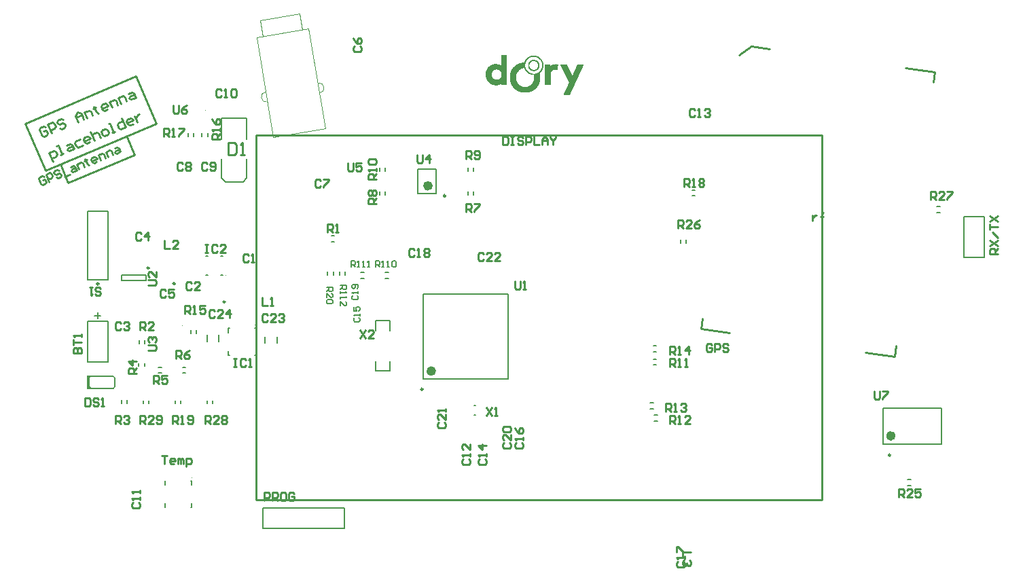
<source format=gto>
%FSLAX44Y44*%
%MOMM*%
G71*
G01*
G75*
G04 Layer_Color=65535*
%ADD10C,0.7620*%
G04:AMPARAMS|DCode=11|XSize=2mm|YSize=1.75mm|CornerRadius=0mm|HoleSize=0mm|Usage=FLASHONLY|Rotation=279.640|XOffset=0mm|YOffset=0mm|HoleType=Round|Shape=Rectangle|*
%AMROTATEDRECTD11*
4,1,4,-1.0301,0.8394,0.6952,1.1324,1.0301,-0.8394,-0.6952,-1.1324,-1.0301,0.8394,0.0*
%
%ADD11ROTATEDRECTD11*%

%ADD12R,2.3000X2.3000*%
%ADD13R,0.8000X0.9000*%
%ADD14O,1.7500X0.3000*%
%ADD15R,0.7000X0.9000*%
%ADD16R,0.9000X0.7000*%
%ADD17R,0.9000X0.8000*%
%ADD18R,0.4900X0.3000*%
%ADD19R,0.5200X0.3000*%
%ADD20R,1.7000X1.1000*%
%ADD21C,0.4000*%
%ADD22R,1.0000X1.0000*%
%ADD23R,0.7000X1.4000*%
%ADD24R,0.5500X0.9500*%
%ADD25O,0.2800X0.8500*%
%ADD26R,2.4000X1.6500*%
%ADD27R,0.7000X0.3000*%
%ADD28R,1.0000X1.6000*%
%ADD29R,0.4500X0.8500*%
%ADD30R,2.4000X1.5000*%
%ADD31R,0.8500X0.7000*%
%ADD32O,0.7000X2.0000*%
%ADD33O,1.3500X0.4500*%
%ADD34R,2.0000X0.4000*%
G04:AMPARAMS|DCode=35|XSize=1.524mm|YSize=2.8448mm|CornerRadius=0mm|HoleSize=0mm|Usage=FLASHONLY|Rotation=82.000|XOffset=0mm|YOffset=0mm|HoleType=Round|Shape=Rectangle|*
%AMROTATEDRECTD35*
4,1,4,1.3025,-0.9525,-1.5146,-0.5566,-1.3025,0.9525,1.5146,0.5566,1.3025,-0.9525,0.0*
%
%ADD35ROTATEDRECTD35*%

G04:AMPARAMS|DCode=36|XSize=1.524mm|YSize=2.8448mm|CornerRadius=0mm|HoleSize=0mm|Usage=FLASHONLY|Rotation=352.000|XOffset=0mm|YOffset=0mm|HoleType=Round|Shape=Rectangle|*
%AMROTATEDRECTD36*
4,1,4,-0.9525,-1.3025,-0.5566,1.5146,0.9525,1.3025,0.5566,-1.5146,-0.9525,-1.3025,0.0*
%
%ADD36ROTATEDRECTD36*%

%ADD37O,0.3000X1.7500*%
%ADD38R,0.2500X0.7000*%
%ADD39R,2.3800X1.6500*%
%ADD40R,0.3000X0.4900*%
%ADD41R,0.3000X0.5200*%
%ADD42C,0.1905*%
%ADD43C,0.4064*%
%ADD44C,0.5080*%
%ADD45C,0.2540*%
%ADD46C,0.3048*%
%ADD47C,0.2032*%
%ADD48C,0.6096*%
%ADD49C,1.0160*%
%ADD50C,0.3556*%
%ADD51C,1.2700*%
%ADD52R,0.7000X0.2800*%
%ADD53R,1.5000X1.5000*%
%ADD54C,1.5000*%
%ADD55C,1.8500*%
%ADD56R,1.8500X1.8500*%
%ADD57R,1.5000X1.5000*%
%ADD58C,1.2700*%
%ADD59R,1.2700X1.2700*%
%ADD60C,1.5240*%
%ADD61C,2.9000*%
%ADD62C,0.6350*%
%ADD63C,0.9000*%
%ADD64C,0.7000*%
%ADD65C,0.5000*%
%ADD66C,0.6350*%
G04:AMPARAMS|DCode=67|XSize=0.65mm|YSize=1.35mm|CornerRadius=0mm|HoleSize=0mm|Usage=FLASHONLY|Rotation=13.600|XOffset=0mm|YOffset=0mm|HoleType=Round|Shape=Rectangle|*
%AMROTATEDRECTD67*
4,1,4,-0.1572,-0.7325,-0.4746,0.5797,0.1572,0.7325,0.4746,-0.5797,-0.1572,-0.7325,0.0*
%
%ADD67ROTATEDRECTD67*%

G04:AMPARAMS|DCode=68|XSize=0.4mm|YSize=1.35mm|CornerRadius=0mm|HoleSize=0mm|Usage=FLASHONLY|Rotation=13.600|XOffset=0mm|YOffset=0mm|HoleType=Round|Shape=Rectangle|*
%AMROTATEDRECTD68*
4,1,4,-0.0357,-0.7031,-0.3531,0.6090,0.0357,0.7031,0.3531,-0.6090,-0.0357,-0.7031,0.0*
%
%ADD68ROTATEDRECTD68*%

G04:AMPARAMS|DCode=69|XSize=0.825mm|YSize=1.15mm|CornerRadius=0mm|HoleSize=0mm|Usage=FLASHONLY|Rotation=13.600|XOffset=0mm|YOffset=0mm|HoleType=Round|Shape=Rectangle|*
%AMROTATEDRECTD69*
4,1,4,-0.2657,-0.6559,-0.5361,0.4619,0.2657,0.6559,0.5361,-0.4619,-0.2657,-0.6559,0.0*
%
%ADD69ROTATEDRECTD69*%

G04:AMPARAMS|DCode=70|XSize=0.775mm|YSize=1.15mm|CornerRadius=0mm|HoleSize=0mm|Usage=FLASHONLY|Rotation=13.600|XOffset=0mm|YOffset=0mm|HoleType=Round|Shape=Rectangle|*
%AMROTATEDRECTD70*
4,1,4,-0.2414,-0.6500,-0.5118,0.4678,0.2414,0.6500,0.5118,-0.4678,-0.2414,-0.6500,0.0*
%
%ADD70ROTATEDRECTD70*%

G04:AMPARAMS|DCode=71|XSize=1.2mm|YSize=1.55mm|CornerRadius=0mm|HoleSize=0mm|Usage=FLASHONLY|Rotation=13.600|XOffset=0mm|YOffset=0mm|HoleType=Round|Shape=Rectangle|*
%AMROTATEDRECTD71*
4,1,4,-0.4009,-0.8943,-0.7654,0.6122,0.4009,0.8943,0.7654,-0.6122,-0.4009,-0.8943,0.0*
%
%ADD71ROTATEDRECTD71*%

G04:AMPARAMS|DCode=72|XSize=2.51mm|YSize=1mm|CornerRadius=0mm|HoleSize=0mm|Usage=FLASHONLY|Rotation=13.600|XOffset=0mm|YOffset=0mm|HoleType=Round|Shape=Rectangle|*
%AMROTATEDRECTD72*
4,1,4,-1.1022,-0.7811,-1.3374,0.1909,1.1022,0.7811,1.3374,-0.1909,-1.1022,-0.7811,0.0*
%
%ADD72ROTATEDRECTD72*%

G04:AMPARAMS|DCode=73|XSize=1.2mm|YSize=2.1mm|CornerRadius=0mm|HoleSize=0mm|Usage=FLASHONLY|Rotation=13.600|XOffset=0mm|YOffset=0mm|HoleType=Round|Shape=Rectangle|*
%AMROTATEDRECTD73*
4,1,4,-0.3363,-1.1617,-0.8301,0.8795,0.3363,1.1617,0.8301,-0.8795,-0.3363,-1.1617,0.0*
%
%ADD73ROTATEDRECTD73*%

%ADD74C,0.0000*%
%ADD75C,0.1000*%
%ADD76C,0.2500*%
%ADD77C,0.6000*%
%ADD78C,0.0127*%
%ADD79C,0.2000*%
%ADD80C,0.1500*%
%ADD81R,0.4572X1.7018*%
%ADD82R,0.5842X0.1651*%
%ADD83R,0.6502X0.1854*%
D45*
X-615238Y182995D02*
X-477162Y241605D01*
X-640245Y241908D02*
X-615238Y182995D01*
X-502169Y300517D02*
X-477162Y241605D01*
X-640245Y241908D02*
X-502169Y300517D01*
X-587060Y167797D02*
X-504214Y202963D01*
X-596828Y190810D02*
X-587060Y167797D01*
X-513592Y225055D02*
X-504214Y202963D01*
X-352425Y-227330D02*
X352425D01*
X-352425D02*
Y227330D01*
X352425D01*
Y-227330D02*
Y227330D01*
X201573Y-14429D02*
X237793Y-19519D01*
X201573Y-14429D02*
X203411Y-1350D01*
X249543Y326894D02*
X249578Y327146D01*
X264209Y338171D01*
X287601Y334884D01*
X443292Y-48400D02*
X445130Y-35321D01*
X407072Y-43310D02*
X443292Y-48400D01*
X456880Y311093D02*
X493100Y306003D01*
X491261Y292923D02*
X493100Y306003D01*
X-387500Y217735D02*
Y202500D01*
X-379883D01*
X-377343Y205039D01*
Y215196D01*
X-379883Y217735D01*
X-387500D01*
X-372265Y202500D02*
X-367187D01*
X-369726D01*
Y217735D01*
X-372265Y215196D01*
X-615445Y237222D02*
X-618067Y238281D01*
X-621747Y236719D01*
X-622807Y234097D01*
X-619682Y226735D01*
X-617060Y225676D01*
X-613379Y227239D01*
X-612320Y229860D01*
X-613882Y233541D01*
X-617563Y231978D01*
X-607858Y229582D02*
X-612545Y240625D01*
X-607024Y242968D01*
X-604402Y241909D01*
X-602840Y238228D01*
X-603899Y235607D01*
X-609421Y233263D01*
X-593360Y246596D02*
X-595982Y247656D01*
X-599662Y246093D01*
X-600722Y243472D01*
X-599940Y241631D01*
X-597319Y240572D01*
X-593638Y242134D01*
X-591016Y241075D01*
X-590235Y239235D01*
X-591294Y236613D01*
X-594975Y235051D01*
X-597597Y236110D01*
X-574731Y243644D02*
X-577855Y251006D01*
X-575737Y256249D01*
X-570494Y254130D01*
X-567369Y246769D01*
X-569713Y252290D01*
X-577074Y249165D01*
X-563688Y248331D02*
X-566813Y255693D01*
X-561292Y258036D01*
X-558670Y256977D01*
X-556326Y251456D01*
X-554711Y263002D02*
X-553930Y261161D01*
X-555770Y260380D01*
X-552090Y261943D01*
X-553930Y261161D01*
X-551586Y255640D01*
X-548965Y254581D01*
X-537922Y259268D02*
X-541603Y257706D01*
X-544225Y258765D01*
X-545787Y262446D01*
X-544728Y265067D01*
X-541047Y266630D01*
X-538425Y265571D01*
X-537644Y263730D01*
X-545006Y260605D01*
X-532401Y261612D02*
X-535526Y268973D01*
X-530005Y271317D01*
X-527383Y270258D01*
X-525039Y264737D01*
X-521359Y266299D02*
X-524483Y273661D01*
X-518962Y276004D01*
X-516341Y274945D01*
X-513997Y269424D01*
X-511600Y279129D02*
X-507920Y280692D01*
X-505298Y279632D01*
X-502954Y274111D01*
X-508476Y271768D01*
X-511097Y272827D01*
X-510038Y275448D01*
X-504517Y277792D01*
X-606007Y194519D02*
X-610694Y205562D01*
X-605173Y207906D01*
X-602551Y206846D01*
X-600989Y203165D01*
X-602048Y200544D01*
X-607569Y198200D01*
X-596527Y202887D02*
X-592846Y204450D01*
X-594686Y203669D01*
X-599374Y214711D01*
X-601214Y213930D01*
X-588609Y214936D02*
X-584928Y216499D01*
X-582307Y215440D01*
X-579963Y209918D01*
X-585484Y207575D01*
X-588106Y208634D01*
X-587047Y211256D01*
X-581525Y213599D01*
X-572046Y221967D02*
X-577567Y219624D01*
X-578626Y217002D01*
X-577063Y213321D01*
X-574442Y212262D01*
X-568921Y214606D01*
X-559719Y218512D02*
X-563399Y216949D01*
X-566021Y218008D01*
X-567583Y221689D01*
X-566524Y224311D01*
X-562843Y225873D01*
X-560222Y224814D01*
X-559441Y222974D01*
X-566802Y219849D01*
X-558885Y231898D02*
X-554197Y220855D01*
X-556541Y226377D01*
X-555482Y228998D01*
X-551801Y230561D01*
X-549179Y229501D01*
X-546836Y223980D01*
X-541314Y226324D02*
X-537634Y227886D01*
X-536574Y230508D01*
X-538137Y234189D01*
X-540759Y235248D01*
X-544439Y233685D01*
X-545499Y231064D01*
X-543936Y227383D01*
X-541314Y226324D01*
X-532112Y230230D02*
X-528432Y231792D01*
X-530272Y231011D01*
X-534959Y242054D01*
X-536800Y241272D01*
X-520236Y248303D02*
X-515549Y237261D01*
X-521070Y234917D01*
X-523691Y235976D01*
X-525254Y239657D01*
X-524195Y242279D01*
X-518674Y244622D01*
X-506347Y241167D02*
X-510027Y239604D01*
X-512649Y240664D01*
X-514211Y244344D01*
X-513152Y246966D01*
X-509471Y248528D01*
X-506850Y247469D01*
X-506069Y245629D01*
X-513430Y242504D01*
X-503950Y250872D02*
X-500825Y243510D01*
X-502388Y247191D01*
X-501329Y249813D01*
X-500269Y252435D01*
X-498429Y253216D01*
X-497840Y-132588D02*
Y-122431D01*
X-492762D01*
X-491069Y-124124D01*
Y-127510D01*
X-492762Y-129202D01*
X-497840D01*
X-494454D02*
X-491069Y-132588D01*
X-480912D02*
X-487683D01*
X-480912Y-125817D01*
Y-124124D01*
X-482605Y-122431D01*
X-485990D01*
X-487683Y-124124D01*
X-477527Y-130895D02*
X-475834Y-132588D01*
X-472448D01*
X-470756Y-130895D01*
Y-124124D01*
X-472448Y-122431D01*
X-475834D01*
X-477527Y-124124D01*
Y-125817D01*
X-475834Y-127510D01*
X-470756D01*
X-416560Y-132588D02*
Y-122431D01*
X-411482D01*
X-409789Y-124124D01*
Y-127510D01*
X-411482Y-129202D01*
X-416560D01*
X-413175D02*
X-409789Y-132588D01*
X-399632D02*
X-406403D01*
X-399632Y-125817D01*
Y-124124D01*
X-401325Y-122431D01*
X-404711D01*
X-406403Y-124124D01*
X-396247D02*
X-394554Y-122431D01*
X-391168D01*
X-389476Y-124124D01*
Y-125817D01*
X-391168Y-127510D01*
X-389476Y-129202D01*
Y-130895D01*
X-391168Y-132588D01*
X-394554D01*
X-396247Y-130895D01*
Y-129202D01*
X-394554Y-127510D01*
X-396247Y-125817D01*
Y-124124D01*
X-394554Y-127510D02*
X-391168D01*
X-457200Y-132588D02*
Y-122431D01*
X-452122D01*
X-450429Y-124124D01*
Y-127510D01*
X-452122Y-129202D01*
X-457200D01*
X-453815D02*
X-450429Y-132588D01*
X-447043D02*
X-443658D01*
X-445350D01*
Y-122431D01*
X-447043Y-124124D01*
X-438579Y-130895D02*
X-436887Y-132588D01*
X-433501D01*
X-431808Y-130895D01*
Y-124124D01*
X-433501Y-122431D01*
X-436887D01*
X-438579Y-124124D01*
Y-125817D01*
X-436887Y-127510D01*
X-431808D01*
X-441960Y4572D02*
Y14729D01*
X-436882D01*
X-435189Y13036D01*
Y9650D01*
X-436882Y7958D01*
X-441960D01*
X-438574D02*
X-435189Y4572D01*
X-431803D02*
X-428418D01*
X-430111D01*
Y14729D01*
X-431803Y13036D01*
X-416568Y14729D02*
X-423339D01*
Y9650D01*
X-419954Y11343D01*
X-418261D01*
X-416568Y9650D01*
Y6265D01*
X-418261Y4572D01*
X-421647D01*
X-423339Y6265D01*
X-404709Y7956D02*
X-406402Y9649D01*
X-409787D01*
X-411480Y7956D01*
Y1185D01*
X-409787Y-508D01*
X-406402D01*
X-404709Y1185D01*
X-394552Y-508D02*
X-401323D01*
X-394552Y6263D01*
Y7956D01*
X-396245Y9649D01*
X-399631D01*
X-401323Y7956D01*
X-386088Y-508D02*
Y9649D01*
X-391167Y4570D01*
X-384395D01*
X-338669Y2876D02*
X-340362Y4569D01*
X-343747D01*
X-345440Y2876D01*
Y-3895D01*
X-343747Y-5588D01*
X-340362D01*
X-338669Y-3895D01*
X-328512Y-5588D02*
X-335283D01*
X-328512Y1183D01*
Y2876D01*
X-330205Y4569D01*
X-333591D01*
X-335283Y2876D01*
X-325127D02*
X-323434Y4569D01*
X-320048D01*
X-318356Y2876D01*
Y1183D01*
X-320048Y-510D01*
X-321741D01*
X-320048D01*
X-318356Y-2202D01*
Y-3895D01*
X-320048Y-5588D01*
X-323434D01*
X-325127Y-3895D01*
X-238760Y192529D02*
Y184065D01*
X-237067Y182372D01*
X-233682D01*
X-231989Y184065D01*
Y192529D01*
X-221832D02*
X-228603D01*
Y187450D01*
X-225218Y189143D01*
X-223525D01*
X-221832Y187450D01*
Y184065D01*
X-223525Y182372D01*
X-226910D01*
X-228603Y184065D01*
X-456156Y264185D02*
Y255721D01*
X-454463Y254028D01*
X-451078D01*
X-449385Y255721D01*
Y264185D01*
X-439228D02*
X-442614Y262492D01*
X-445999Y259106D01*
Y255721D01*
X-444306Y254028D01*
X-440921D01*
X-439228Y255721D01*
Y257414D01*
X-440921Y259106D01*
X-445999D01*
X162560Y-46228D02*
Y-36071D01*
X167638D01*
X169331Y-37764D01*
Y-41150D01*
X167638Y-42842D01*
X162560D01*
X165945D02*
X169331Y-46228D01*
X172717D02*
X176102D01*
X174410D01*
Y-36071D01*
X172717Y-37764D01*
X186259Y-46228D02*
Y-36071D01*
X181181Y-41150D01*
X187952D01*
X157480Y-117348D02*
Y-107191D01*
X162558D01*
X164251Y-108884D01*
Y-112270D01*
X162558Y-113962D01*
X157480D01*
X160865D02*
X164251Y-117348D01*
X167637D02*
X171022D01*
X169329D01*
Y-107191D01*
X167637Y-108884D01*
X176101D02*
X177793Y-107191D01*
X181179D01*
X182872Y-108884D01*
Y-110577D01*
X181179Y-112270D01*
X179486D01*
X181179D01*
X182872Y-113962D01*
Y-115655D01*
X181179Y-117348D01*
X177793D01*
X176101Y-115655D01*
X162560Y-132588D02*
Y-122431D01*
X167638D01*
X169331Y-124124D01*
Y-127510D01*
X167638Y-129202D01*
X162560D01*
X165945D02*
X169331Y-132588D01*
X172717D02*
X176102D01*
X174410D01*
Y-122431D01*
X172717Y-124124D01*
X187952Y-132588D02*
X181181D01*
X187952Y-125817D01*
Y-124124D01*
X186259Y-122431D01*
X182873D01*
X181181Y-124124D01*
X162560Y-61468D02*
Y-51311D01*
X167638D01*
X169331Y-53004D01*
Y-56390D01*
X167638Y-58082D01*
X162560D01*
X165945D02*
X169331Y-61468D01*
X172717D02*
X176102D01*
X174410D01*
Y-51311D01*
X172717Y-53004D01*
X181181Y-61468D02*
X184566D01*
X182873D01*
Y-51311D01*
X181181Y-53004D01*
X-617074Y175437D02*
X-619294Y176334D01*
X-622410Y175011D01*
X-623307Y172791D01*
X-620661Y166558D01*
X-618442Y165661D01*
X-615325Y166984D01*
X-614429Y169204D01*
X-615751Y172320D01*
X-618868Y170998D01*
X-610651Y168969D02*
X-614619Y178318D01*
X-609945Y180302D01*
X-607725Y179405D01*
X-606402Y176289D01*
X-607299Y174069D01*
X-611973Y172085D01*
X-598376Y183374D02*
X-600595Y184271D01*
X-603712Y182948D01*
X-604608Y180728D01*
X-603947Y179170D01*
X-601727Y178273D01*
X-598611Y179596D01*
X-596391Y178699D01*
X-595730Y177141D01*
X-596627Y174921D01*
X-599743Y173598D01*
X-601963Y174495D01*
X-591291Y175347D02*
X-585058Y177993D01*
X-583690Y187768D02*
X-580574Y189091D01*
X-578354Y188195D01*
X-576370Y183520D01*
X-581045Y181536D01*
X-583264Y182432D01*
X-582367Y184652D01*
X-577693Y186636D01*
X-573253Y184843D02*
X-575899Y191076D01*
X-571225Y193060D01*
X-569005Y192163D01*
X-567021Y187488D01*
X-565653Y197264D02*
X-564992Y195706D01*
X-566550Y195044D01*
X-563433Y196367D01*
X-564992Y195706D01*
X-563007Y191031D01*
X-560788Y190134D01*
X-551438Y194103D02*
X-554555Y192780D01*
X-556774Y193677D01*
X-558097Y196793D01*
X-557201Y199013D01*
X-554084Y200336D01*
X-551864Y199439D01*
X-551203Y197880D01*
X-557436Y195235D01*
X-546764Y196087D02*
X-549409Y202320D01*
X-544735Y204304D01*
X-542515Y203407D01*
X-540531Y198733D01*
X-537414Y200056D02*
X-540060Y206288D01*
X-535385Y208273D01*
X-533166Y207376D01*
X-531181Y202701D01*
X-529153Y210918D02*
X-526036Y212241D01*
X-523816Y211344D01*
X-521832Y206670D01*
X-526507Y204685D01*
X-528727Y205582D01*
X-527830Y207802D01*
X-523155Y209786D01*
X-487677Y-41148D02*
X-479213D01*
X-477520Y-39455D01*
Y-36070D01*
X-479213Y-34377D01*
X-487677D01*
X-485984Y-30991D02*
X-487677Y-29299D01*
Y-25913D01*
X-485984Y-24220D01*
X-484291D01*
X-482598Y-25913D01*
Y-27606D01*
Y-25913D01*
X-480906Y-24220D01*
X-479213D01*
X-477520Y-25913D01*
Y-29299D01*
X-479213Y-30991D01*
X-452442Y-51722D02*
Y-41565D01*
X-447364D01*
X-445671Y-43258D01*
Y-46643D01*
X-447364Y-48336D01*
X-452442D01*
X-449057D02*
X-445671Y-51722D01*
X-435514Y-41565D02*
X-438900Y-43258D01*
X-442285Y-46643D01*
Y-50029D01*
X-440593Y-51722D01*
X-437207D01*
X-435514Y-50029D01*
Y-48336D01*
X-437207Y-46643D01*
X-442285D01*
X-480568Y-82804D02*
Y-72647D01*
X-475490D01*
X-473797Y-74340D01*
Y-77726D01*
X-475490Y-79419D01*
X-480568D01*
X-477183D02*
X-473797Y-82804D01*
X-463640Y-72647D02*
X-470411D01*
Y-77726D01*
X-467026Y-76033D01*
X-465333D01*
X-463640Y-77726D01*
Y-81111D01*
X-465333Y-82804D01*
X-468718D01*
X-470411Y-81111D01*
X-501904Y-69596D02*
X-512061D01*
Y-64518D01*
X-510368Y-62825D01*
X-506982D01*
X-505290Y-64518D01*
Y-69596D01*
Y-66210D02*
X-501904Y-62825D01*
Y-54361D02*
X-512061D01*
X-506982Y-59439D01*
Y-52668D01*
X-497840Y-15748D02*
Y-5591D01*
X-492762D01*
X-491069Y-7284D01*
Y-10670D01*
X-492762Y-12363D01*
X-497840D01*
X-494454D02*
X-491069Y-15748D01*
X-480912D02*
X-487683D01*
X-480912Y-8977D01*
Y-7284D01*
X-482605Y-5591D01*
X-485990D01*
X-487683Y-7284D01*
X-465669Y33356D02*
X-467362Y35049D01*
X-470747D01*
X-472440Y33356D01*
Y26585D01*
X-470747Y24892D01*
X-467362D01*
X-465669Y26585D01*
X-455512Y35049D02*
X-462283D01*
Y29970D01*
X-458898Y31663D01*
X-457205D01*
X-455512Y29970D01*
Y26585D01*
X-457205Y24892D01*
X-460591D01*
X-462283Y26585D01*
X-30480Y45209D02*
Y36745D01*
X-28787Y35052D01*
X-25402D01*
X-23709Y36745D01*
Y45209D01*
X-20323Y35052D02*
X-16938D01*
X-18630D01*
Y45209D01*
X-20323Y43516D01*
X571460Y78780D02*
X561303D01*
Y83858D01*
X562996Y85551D01*
X566382D01*
X568074Y83858D01*
Y78780D01*
Y82166D02*
X571460Y85551D01*
X561303Y88937D02*
X571460Y95708D01*
X561303D02*
X571460Y88937D01*
Y99094D02*
X564689Y105865D01*
X561303Y109250D02*
Y116021D01*
Y112636D01*
X571460D01*
X561303Y119407D02*
X571460Y126178D01*
X561303D02*
X571460Y119407D01*
X340360Y127101D02*
Y120330D01*
Y123716D01*
X342053Y125408D01*
X343745Y127101D01*
X345438D01*
X352210Y120330D02*
Y128794D01*
Y125408D01*
X350517D01*
X353902D01*
X352210D01*
Y128794D01*
X353902Y130487D01*
X487680Y146812D02*
Y156969D01*
X492758D01*
X494451Y155276D01*
Y151890D01*
X492758Y150197D01*
X487680D01*
X491065D02*
X494451Y146812D01*
X504608D02*
X497837D01*
X504608Y153583D01*
Y155276D01*
X502915Y156969D01*
X499529D01*
X497837Y155276D01*
X507993Y156969D02*
X514765D01*
Y155276D01*
X507993Y148505D01*
Y146812D01*
X172720Y111252D02*
Y121409D01*
X177798D01*
X179491Y119716D01*
Y116330D01*
X177798Y114637D01*
X172720D01*
X176105D02*
X179491Y111252D01*
X189648D02*
X182877D01*
X189648Y118023D01*
Y119716D01*
X187955Y121409D01*
X184569D01*
X182877Y119716D01*
X199804Y121409D02*
X196419Y119716D01*
X193033Y116330D01*
Y112945D01*
X194726Y111252D01*
X198112D01*
X199804Y112945D01*
Y114637D01*
X198112Y116330D01*
X193033D01*
X447920Y-224028D02*
Y-213871D01*
X452998D01*
X454691Y-215564D01*
Y-218950D01*
X452998Y-220643D01*
X447920D01*
X451306D02*
X454691Y-224028D01*
X464848D02*
X458077D01*
X464848Y-217257D01*
Y-215564D01*
X463155Y-213871D01*
X459770D01*
X458077Y-215564D01*
X475005Y-213871D02*
X468233D01*
Y-218950D01*
X471619Y-217257D01*
X473312D01*
X475005Y-218950D01*
Y-222335D01*
X473312Y-224028D01*
X469926D01*
X468233Y-222335D01*
X180300Y162800D02*
Y172957D01*
X185378D01*
X187071Y171264D01*
Y167878D01*
X185378Y166186D01*
X180300D01*
X183686D02*
X187071Y162800D01*
X190457D02*
X193842D01*
X192150D01*
Y172957D01*
X190457Y171264D01*
X198921D02*
X200613Y172957D01*
X203999D01*
X205692Y171264D01*
Y169571D01*
X203999Y167878D01*
X205692Y166186D01*
Y164493D01*
X203999Y162800D01*
X200613D01*
X198921Y164493D01*
Y166186D01*
X200613Y167878D01*
X198921Y169571D01*
Y171264D01*
X200613Y167878D02*
X203999D01*
X-467500Y225412D02*
Y235569D01*
X-462422D01*
X-460729Y233876D01*
Y230490D01*
X-462422Y228797D01*
X-467500D01*
X-464114D02*
X-460729Y225412D01*
X-457343D02*
X-453958D01*
X-455650D01*
Y235569D01*
X-457343Y233876D01*
X-448879Y235569D02*
X-442108D01*
Y233876D01*
X-448879Y227105D01*
Y225412D01*
X-397500Y222500D02*
X-407657D01*
Y227578D01*
X-405964Y229271D01*
X-402578D01*
X-400886Y227578D01*
Y222500D01*
Y225886D02*
X-397500Y229271D01*
Y232657D02*
Y236042D01*
Y234349D01*
X-407657D01*
X-405964Y232657D01*
X-407657Y247892D02*
X-405964Y244506D01*
X-402578Y241121D01*
X-399193D01*
X-397500Y242813D01*
Y246199D01*
X-399193Y247892D01*
X-400886D01*
X-402578Y246199D01*
Y241121D01*
X-203200Y172212D02*
X-213357D01*
Y177290D01*
X-211664Y178983D01*
X-208278D01*
X-206586Y177290D01*
Y172212D01*
Y175597D02*
X-203200Y178983D01*
Y182369D02*
Y185754D01*
Y184062D01*
X-213357D01*
X-211664Y182369D01*
Y190833D02*
X-213357Y192525D01*
Y195911D01*
X-211664Y197604D01*
X-204893D01*
X-203200Y195911D01*
Y192525D01*
X-204893Y190833D01*
X-211664D01*
X-91440Y197612D02*
Y207769D01*
X-86362D01*
X-84669Y206076D01*
Y202690D01*
X-86362Y200998D01*
X-91440D01*
X-88055D02*
X-84669Y197612D01*
X-81283Y199305D02*
X-79591Y197612D01*
X-76205D01*
X-74512Y199305D01*
Y206076D01*
X-76205Y207769D01*
X-79591D01*
X-81283Y206076D01*
Y204383D01*
X-79591Y202690D01*
X-74512D01*
X-203200Y141732D02*
X-213357D01*
Y146810D01*
X-211664Y148503D01*
X-208278D01*
X-206586Y146810D01*
Y141732D01*
Y145118D02*
X-203200Y148503D01*
X-211664Y151889D02*
X-213357Y153581D01*
Y156967D01*
X-211664Y158660D01*
X-209971D01*
X-208278Y156967D01*
X-206586Y158660D01*
X-204893D01*
X-203200Y156967D01*
Y153581D01*
X-204893Y151889D01*
X-206586D01*
X-208278Y153581D01*
X-209971Y151889D01*
X-211664D01*
X-208278Y153581D02*
Y156967D01*
X-91440Y131572D02*
Y141729D01*
X-86362D01*
X-84669Y140036D01*
Y136650D01*
X-86362Y134958D01*
X-91440D01*
X-88055D02*
X-84669Y131572D01*
X-81283Y141729D02*
X-74512D01*
Y140036D01*
X-81283Y133265D01*
Y131572D01*
X-528320Y-132588D02*
Y-122431D01*
X-523242D01*
X-521549Y-124124D01*
Y-127510D01*
X-523242Y-129202D01*
X-528320D01*
X-524935D02*
X-521549Y-132588D01*
X-518163Y-124124D02*
X-516470Y-122431D01*
X-513085D01*
X-511392Y-124124D01*
Y-125817D01*
X-513085Y-127510D01*
X-514778D01*
X-513085D01*
X-511392Y-129202D01*
Y-130895D01*
X-513085Y-132588D01*
X-516470D01*
X-518163Y-130895D01*
X-264160Y106172D02*
Y116329D01*
X-259082D01*
X-257389Y114636D01*
Y111250D01*
X-259082Y109558D01*
X-264160D01*
X-260774D02*
X-257389Y106172D01*
X-254003D02*
X-250618D01*
X-252311D01*
Y116329D01*
X-254003Y114636D01*
X-223520Y-15751D02*
X-216749Y-25908D01*
Y-15751D02*
X-223520Y-25908D01*
X-206592D02*
X-213363D01*
X-206592Y-19137D01*
Y-17444D01*
X-208285Y-15751D01*
X-211670D01*
X-213363Y-17444D01*
X-342460Y-228638D02*
Y-218481D01*
X-337382D01*
X-335689Y-220174D01*
Y-223559D01*
X-337382Y-225252D01*
X-342460D01*
X-332303Y-228638D02*
Y-218481D01*
X-327225D01*
X-325532Y-220174D01*
Y-223559D01*
X-327225Y-225252D01*
X-332303D01*
X-328918D02*
X-325532Y-228638D01*
X-317068Y-218481D02*
X-320454D01*
X-322147Y-220174D01*
Y-226945D01*
X-320454Y-228638D01*
X-317068D01*
X-315375Y-226945D01*
Y-220174D01*
X-317068Y-218481D01*
X-305219Y-220174D02*
X-306912Y-218481D01*
X-310297D01*
X-311990Y-220174D01*
Y-226945D01*
X-310297Y-228638D01*
X-306912D01*
X-305219Y-226945D01*
Y-223559D01*
X-308604D01*
X-152400Y202689D02*
Y194225D01*
X-150707Y192532D01*
X-147322D01*
X-145629Y194225D01*
Y202689D01*
X-137165Y192532D02*
Y202689D01*
X-142243Y197610D01*
X-135472D01*
X-345440Y24889D02*
Y14732D01*
X-338669D01*
X-335283D02*
X-331898D01*
X-333591D01*
Y24889D01*
X-335283Y23196D01*
X215021Y-34166D02*
X213328Y-32473D01*
X209943D01*
X208250Y-34166D01*
Y-40937D01*
X209943Y-42630D01*
X213328D01*
X215021Y-40937D01*
Y-37552D01*
X211636D01*
X218407Y-42630D02*
Y-32473D01*
X223485D01*
X225178Y-34166D01*
Y-37552D01*
X223485Y-39244D01*
X218407D01*
X235335Y-34166D02*
X233642Y-32473D01*
X230256D01*
X228563Y-34166D01*
Y-35859D01*
X230256Y-37552D01*
X233642D01*
X235335Y-39244D01*
Y-40937D01*
X233642Y-42630D01*
X230256D01*
X228563Y-40937D01*
X417440Y-91951D02*
Y-100415D01*
X419133Y-102108D01*
X422518D01*
X424211Y-100415D01*
Y-91951D01*
X427597D02*
X434368D01*
Y-93644D01*
X427597Y-100415D01*
Y-102108D01*
X189507Y-292460D02*
X179350D01*
Y-299231D01*
X187814Y-302617D02*
X189507Y-304310D01*
Y-307695D01*
X187814Y-309388D01*
X186121D01*
X184428Y-307695D01*
Y-306002D01*
Y-307695D01*
X182736Y-309388D01*
X181043D01*
X179350Y-307695D01*
Y-304310D01*
X181043Y-302617D01*
X-45000Y225157D02*
Y215000D01*
X-39922D01*
X-38229Y216693D01*
Y223464D01*
X-39922Y225157D01*
X-45000D01*
X-34843D02*
X-31458D01*
X-33151D01*
Y215000D01*
X-34843D01*
X-31458D01*
X-19608Y223464D02*
X-21301Y225157D01*
X-24687D01*
X-26379Y223464D01*
Y221771D01*
X-24687Y220078D01*
X-21301D01*
X-19608Y218386D01*
Y216693D01*
X-21301Y215000D01*
X-24687D01*
X-26379Y216693D01*
X-16223Y215000D02*
Y225157D01*
X-11144D01*
X-9452Y223464D01*
Y220078D01*
X-11144Y218386D01*
X-16223D01*
X-6066Y225157D02*
Y215000D01*
X705D01*
X4091D02*
Y221771D01*
X7476Y225157D01*
X10862Y221771D01*
Y215000D01*
Y220078D01*
X4091D01*
X14247Y225157D02*
Y223464D01*
X17633Y220078D01*
X21019Y223464D01*
Y225157D01*
X17633Y220078D02*
Y215000D01*
X-69429Y79076D02*
X-71122Y80769D01*
X-74507D01*
X-76200Y79076D01*
Y72305D01*
X-74507Y70612D01*
X-71122D01*
X-69429Y72305D01*
X-59272Y70612D02*
X-66043D01*
X-59272Y77383D01*
Y79076D01*
X-60965Y80769D01*
X-64351D01*
X-66043Y79076D01*
X-49116Y70612D02*
X-55887D01*
X-49116Y77383D01*
Y79076D01*
X-50808Y80769D01*
X-54194D01*
X-55887Y79076D01*
X-125304Y-130897D02*
X-126997Y-132590D01*
Y-135975D01*
X-125304Y-137668D01*
X-118533D01*
X-116840Y-135975D01*
Y-132590D01*
X-118533Y-130897D01*
X-116840Y-120740D02*
Y-127511D01*
X-123611Y-120740D01*
X-125304D01*
X-126997Y-122433D01*
Y-125819D01*
X-125304Y-127511D01*
X-116840Y-117355D02*
Y-113969D01*
Y-115662D01*
X-126997D01*
X-125304Y-117355D01*
X-44024Y-156297D02*
X-45717Y-157990D01*
Y-161375D01*
X-44024Y-163068D01*
X-37253D01*
X-35560Y-161375D01*
Y-157990D01*
X-37253Y-156297D01*
X-35560Y-146140D02*
Y-152911D01*
X-42331Y-146140D01*
X-44024D01*
X-45717Y-147833D01*
Y-151219D01*
X-44024Y-152911D01*
Y-142755D02*
X-45717Y-141062D01*
Y-137676D01*
X-44024Y-135983D01*
X-37253D01*
X-35560Y-137676D01*
Y-141062D01*
X-37253Y-142755D01*
X-44024D01*
X-155789Y84156D02*
X-157482Y85849D01*
X-160867D01*
X-162560Y84156D01*
Y77385D01*
X-160867Y75692D01*
X-157482D01*
X-155789Y77385D01*
X-152403Y75692D02*
X-149018D01*
X-150710D01*
Y85849D01*
X-152403Y84156D01*
X-143939D02*
X-142247Y85849D01*
X-138861D01*
X-137168Y84156D01*
Y82463D01*
X-138861Y80770D01*
X-137168Y79078D01*
Y77385D01*
X-138861Y75692D01*
X-142247D01*
X-143939Y77385D01*
Y79078D01*
X-142247Y80770D01*
X-143939Y82463D01*
Y84156D01*
X-142247Y80770D02*
X-138861D01*
X173186Y-304539D02*
X171493Y-306232D01*
Y-309617D01*
X173186Y-311310D01*
X179957D01*
X181650Y-309617D01*
Y-306232D01*
X179957Y-304539D01*
X181650Y-301153D02*
Y-297768D01*
Y-299461D01*
X171493D01*
X173186Y-301153D01*
X171493Y-292689D02*
Y-285918D01*
X173186D01*
X179957Y-292689D01*
X181650D01*
X-28784Y-156297D02*
X-30477Y-157990D01*
Y-161375D01*
X-28784Y-163068D01*
X-22013D01*
X-20320Y-161375D01*
Y-157990D01*
X-22013Y-156297D01*
X-20320Y-152911D02*
Y-149526D01*
Y-151219D01*
X-30477D01*
X-28784Y-152911D01*
X-30477Y-137676D02*
X-28784Y-141062D01*
X-25398Y-144447D01*
X-22013D01*
X-20320Y-142755D01*
Y-139369D01*
X-22013Y-137676D01*
X-23706D01*
X-25398Y-139369D01*
Y-144447D01*
X-74504Y-176617D02*
X-76197Y-178310D01*
Y-181695D01*
X-74504Y-183388D01*
X-67733D01*
X-66040Y-181695D01*
Y-178310D01*
X-67733Y-176617D01*
X-66040Y-173231D02*
Y-169846D01*
Y-171539D01*
X-76197D01*
X-74504Y-173231D01*
X-66040Y-159689D02*
X-76197D01*
X-71118Y-164767D01*
Y-157996D01*
X194111Y258236D02*
X192418Y259929D01*
X189033D01*
X187340Y258236D01*
Y251465D01*
X189033Y249772D01*
X192418D01*
X194111Y251465D01*
X197497Y249772D02*
X200882D01*
X199189D01*
Y259929D01*
X197497Y258236D01*
X205961D02*
X207654Y259929D01*
X211039D01*
X212732Y258236D01*
Y256543D01*
X211039Y254850D01*
X209346D01*
X211039D01*
X212732Y253158D01*
Y251465D01*
X211039Y249772D01*
X207654D01*
X205961Y251465D01*
X-94824Y-176617D02*
X-96517Y-178310D01*
Y-181695D01*
X-94824Y-183388D01*
X-88053D01*
X-86360Y-181695D01*
Y-178310D01*
X-88053Y-176617D01*
X-86360Y-173231D02*
Y-169846D01*
Y-171539D01*
X-96517D01*
X-94824Y-173231D01*
X-86360Y-157996D02*
Y-164767D01*
X-93131Y-157996D01*
X-94824D01*
X-96517Y-159689D01*
Y-163075D01*
X-94824Y-164767D01*
X-506304Y-230465D02*
X-507997Y-232158D01*
Y-235543D01*
X-506304Y-237236D01*
X-499533D01*
X-497840Y-235543D01*
Y-232158D01*
X-499533Y-230465D01*
X-497840Y-227079D02*
Y-223694D01*
Y-225387D01*
X-507997D01*
X-506304Y-227079D01*
X-497840Y-218615D02*
Y-215230D01*
Y-216923D01*
X-507997D01*
X-506304Y-218615D01*
X-395729Y283464D02*
X-397422Y285157D01*
X-400807D01*
X-402500Y283464D01*
Y276693D01*
X-400807Y275000D01*
X-397422D01*
X-395729Y276693D01*
X-392343Y275000D02*
X-388958D01*
X-390650D01*
Y285157D01*
X-392343Y283464D01*
X-383879D02*
X-382187Y285157D01*
X-378801D01*
X-377108Y283464D01*
Y276693D01*
X-378801Y275000D01*
X-382187D01*
X-383879Y276693D01*
Y283464D01*
X-413825Y191372D02*
X-415518Y193065D01*
X-418903D01*
X-420596Y191372D01*
Y184601D01*
X-418903Y182908D01*
X-415518D01*
X-413825Y184601D01*
X-410439D02*
X-408746Y182908D01*
X-405361D01*
X-403668Y184601D01*
Y191372D01*
X-405361Y193065D01*
X-408746D01*
X-410439Y191372D01*
Y189679D01*
X-408746Y187986D01*
X-403668D01*
X-444305Y191372D02*
X-445998Y193065D01*
X-449383D01*
X-451076Y191372D01*
Y184601D01*
X-449383Y182908D01*
X-445998D01*
X-444305Y184601D01*
X-440919Y191372D02*
X-439226Y193065D01*
X-435841D01*
X-434148Y191372D01*
Y189679D01*
X-435841Y187986D01*
X-434148Y186294D01*
Y184601D01*
X-435841Y182908D01*
X-439226D01*
X-440919Y184601D01*
Y186294D01*
X-439226Y187986D01*
X-440919Y189679D01*
Y191372D01*
X-439226Y187986D02*
X-435841D01*
X-272629Y170516D02*
X-274322Y172209D01*
X-277707D01*
X-279400Y170516D01*
Y163745D01*
X-277707Y162052D01*
X-274322D01*
X-272629Y163745D01*
X-269243Y172209D02*
X-262472D01*
Y170516D01*
X-269243Y163745D01*
Y162052D01*
X-230044Y338491D02*
X-231737Y336798D01*
Y333413D01*
X-230044Y331720D01*
X-223273D01*
X-221580Y333413D01*
Y336798D01*
X-223273Y338491D01*
X-231737Y348648D02*
X-230044Y345262D01*
X-226658Y341877D01*
X-223273D01*
X-221580Y343569D01*
Y346955D01*
X-223273Y348648D01*
X-224966D01*
X-226658Y346955D01*
Y341877D01*
X-496149Y104476D02*
X-497842Y106169D01*
X-501227D01*
X-502920Y104476D01*
Y97705D01*
X-501227Y96012D01*
X-497842D01*
X-496149Y97705D01*
X-487685Y96012D02*
Y106169D01*
X-492763Y101090D01*
X-485992D01*
X-521549Y-7284D02*
X-523242Y-5591D01*
X-526627D01*
X-528320Y-7284D01*
Y-14055D01*
X-526627Y-15748D01*
X-523242D01*
X-521549Y-14055D01*
X-518163Y-7284D02*
X-516470Y-5591D01*
X-513085D01*
X-511392Y-7284D01*
Y-8977D01*
X-513085Y-10670D01*
X-514778D01*
X-513085D01*
X-511392Y-12363D01*
Y-14055D01*
X-513085Y-15748D01*
X-516470D01*
X-518163Y-14055D01*
X-433157Y42754D02*
X-434850Y44447D01*
X-438235D01*
X-439928Y42754D01*
Y35983D01*
X-438235Y34290D01*
X-434850D01*
X-433157Y35983D01*
X-423000Y34290D02*
X-429771D01*
X-423000Y41061D01*
Y42754D01*
X-424693Y44447D01*
X-428078D01*
X-429771Y42754D01*
X-362115Y76988D02*
X-363808Y78681D01*
X-367193D01*
X-368886Y76988D01*
Y70217D01*
X-367193Y68524D01*
X-363808D01*
X-362115Y70217D01*
X-358729Y68524D02*
X-355344D01*
X-357037D01*
Y78681D01*
X-358729Y76988D01*
X-470408Y-172215D02*
X-463637D01*
X-467023D01*
Y-182372D01*
X-455173D02*
X-458559D01*
X-460251Y-180679D01*
Y-177294D01*
X-458559Y-175601D01*
X-455173D01*
X-453480Y-177294D01*
Y-178986D01*
X-460251D01*
X-450095Y-182372D02*
Y-175601D01*
X-448402D01*
X-446709Y-177294D01*
Y-182372D01*
Y-177294D01*
X-445016Y-175601D01*
X-443324Y-177294D01*
Y-182372D01*
X-439938Y-185758D02*
Y-175601D01*
X-434860D01*
X-433167Y-177294D01*
Y-180679D01*
X-434860Y-182372D01*
X-439938D01*
X-416560Y90929D02*
X-413175D01*
X-414867D01*
Y80772D01*
X-416560D01*
X-413175D01*
X-401325Y89236D02*
X-403018Y90929D01*
X-406403D01*
X-408096Y89236D01*
Y82465D01*
X-406403Y80772D01*
X-403018D01*
X-401325Y82465D01*
X-391168Y80772D02*
X-397939D01*
X-391168Y87543D01*
Y89236D01*
X-392861Y90929D01*
X-396247D01*
X-397939Y89236D01*
X-381000Y-51311D02*
X-377615D01*
X-379307D01*
Y-61468D01*
X-381000D01*
X-377615D01*
X-365765Y-53004D02*
X-367458Y-51311D01*
X-370843D01*
X-372536Y-53004D01*
Y-59775D01*
X-370843Y-61468D01*
X-367458D01*
X-365765Y-59775D01*
X-362379Y-61468D02*
X-358994D01*
X-360687D01*
Y-51311D01*
X-362379Y-53004D01*
X-467360Y96009D02*
Y85852D01*
X-460589D01*
X-450432D02*
X-457203D01*
X-450432Y92623D01*
Y94316D01*
X-452125Y96009D01*
X-455510D01*
X-457203Y94316D01*
X-487677Y40132D02*
X-479213D01*
X-477520Y41825D01*
Y45210D01*
X-479213Y46903D01*
X-487677D01*
X-477520Y57060D02*
Y50289D01*
X-484291Y57060D01*
X-485984D01*
X-487677Y55367D01*
Y51982D01*
X-485984Y50289D01*
X-66040Y-112271D02*
X-59269Y-122428D01*
Y-112271D02*
X-66040Y-122428D01*
X-55883D02*
X-52498D01*
X-54191D01*
Y-112271D01*
X-55883Y-113964D01*
X-580133Y-44196D02*
X-569976D01*
Y-39118D01*
X-571669Y-37425D01*
X-573362D01*
X-575054Y-39118D01*
Y-44196D01*
Y-39118D01*
X-576747Y-37425D01*
X-578440D01*
X-580133Y-39118D01*
Y-44196D01*
Y-34039D02*
Y-27268D01*
Y-30654D01*
X-569976D01*
Y-23883D02*
Y-20497D01*
Y-22190D01*
X-580133D01*
X-578440Y-23883D01*
X-553051Y28948D02*
X-551358Y27255D01*
X-547973D01*
X-546280Y28948D01*
Y30641D01*
X-547973Y32334D01*
X-551358D01*
X-553051Y34026D01*
Y35719D01*
X-551358Y37412D01*
X-547973D01*
X-546280Y35719D01*
X-556437Y37412D02*
X-559822D01*
X-558130D01*
Y27255D01*
X-556437Y28948D01*
X-565912Y-100079D02*
Y-110236D01*
X-560834D01*
X-559141Y-108543D01*
Y-101772D01*
X-560834Y-100079D01*
X-565912D01*
X-548984Y-101772D02*
X-550677Y-100079D01*
X-554062D01*
X-555755Y-101772D01*
Y-103465D01*
X-554062Y-105158D01*
X-550677D01*
X-548984Y-106851D01*
Y-108543D01*
X-550677Y-110236D01*
X-554062D01*
X-555755Y-108543D01*
X-545599Y-110236D02*
X-542213D01*
X-543906D01*
Y-100079D01*
X-545599Y-101772D01*
D47*
X-560593Y-86106D02*
G03*
X-558434Y-88265I2159J0D01*
G01*
Y-73279D02*
G03*
X-560593Y-75438I0J-2159D01*
G01*
X-530718Y-88265D02*
G03*
X-528559Y-86106I0J2159D01*
G01*
Y-75438D02*
G03*
X-530718Y-73279I-2159J0D01*
G01*
X-558434Y-88265D02*
X-530718D01*
X-560593Y-86106D02*
Y-75438D01*
X-558434Y-73279D02*
X-530718D01*
X-528559Y-86106D02*
Y-75438D01*
X-265000Y37500D02*
X-257383D01*
Y33691D01*
X-258652Y32422D01*
X-261191D01*
X-262461Y33691D01*
Y37500D01*
Y34961D02*
X-265000Y32422D01*
Y24804D02*
Y29883D01*
X-259922Y24804D01*
X-258652D01*
X-257383Y26074D01*
Y28613D01*
X-258652Y29883D01*
Y22265D02*
X-257383Y20995D01*
Y18456D01*
X-258652Y17187D01*
X-263730D01*
X-265000Y18456D01*
Y20995D01*
X-263730Y22265D01*
X-258652D01*
X-203520Y62980D02*
Y70598D01*
X-199711D01*
X-198442Y69328D01*
Y66789D01*
X-199711Y65519D01*
X-203520D01*
X-200981D02*
X-198442Y62980D01*
X-195903D02*
X-193363D01*
X-194633D01*
Y70598D01*
X-195903Y69328D01*
X-189555Y62980D02*
X-187015D01*
X-188285D01*
Y70598D01*
X-189555Y69328D01*
X-183207D02*
X-181937Y70598D01*
X-179398D01*
X-178128Y69328D01*
Y64250D01*
X-179398Y62980D01*
X-181937D01*
X-183207Y64250D01*
Y69328D01*
X-231828Y27198D02*
X-233098Y25929D01*
Y23390D01*
X-231828Y22120D01*
X-226750D01*
X-225480Y23390D01*
Y25929D01*
X-226750Y27198D01*
X-225480Y29738D02*
Y32277D01*
Y31007D01*
X-233098D01*
X-231828Y29738D01*
X-226750Y36086D02*
X-225480Y37355D01*
Y39894D01*
X-226750Y41164D01*
X-231828D01*
X-233098Y39894D01*
Y37355D01*
X-231828Y36086D01*
X-230558D01*
X-229289Y37355D01*
Y41164D01*
X-229868Y-510D02*
X-231138Y-1779D01*
Y-4318D01*
X-229868Y-5588D01*
X-224790D01*
X-223520Y-4318D01*
Y-1779D01*
X-224790Y-510D01*
X-223520Y2030D02*
Y4569D01*
Y3299D01*
X-231138D01*
X-229868Y2030D01*
X-231138Y13456D02*
Y8377D01*
X-227329D01*
X-228598Y10917D01*
Y12186D01*
X-227329Y13456D01*
X-224790D01*
X-223520Y12186D01*
Y9647D01*
X-224790Y8377D01*
X-234000Y62980D02*
Y70598D01*
X-230191D01*
X-228922Y69328D01*
Y66789D01*
X-230191Y65519D01*
X-234000D01*
X-231461D02*
X-228922Y62980D01*
X-226383D02*
X-223843D01*
X-225113D01*
Y70598D01*
X-226383Y69328D01*
X-220035Y62980D02*
X-217495D01*
X-218765D01*
Y70598D01*
X-220035Y69328D01*
X-213687Y62980D02*
X-211147D01*
X-212417D01*
Y70598D01*
X-213687Y69328D01*
X-247500Y40000D02*
X-239883D01*
Y36191D01*
X-241152Y34922D01*
X-243691D01*
X-244961Y36191D01*
Y40000D01*
Y37461D02*
X-247500Y34922D01*
Y32383D02*
Y29843D01*
Y31113D01*
X-239883D01*
X-241152Y32383D01*
X-247500Y26035D02*
Y23495D01*
Y24765D01*
X-239883D01*
X-241152Y26035D01*
X-247500Y14608D02*
Y19687D01*
X-242422Y14608D01*
X-241152D01*
X-239883Y15878D01*
Y18417D01*
X-241152Y19687D01*
D74*
X-340730Y281344D02*
G03*
X-338553Y268528I1089J-6408D01*
G01*
X-273485Y279580D02*
G03*
X-275662Y292396I-1089J6408D01*
G01*
X-298402Y378504D02*
X-295053Y358786D01*
X-352234Y349074D02*
X-287166Y360126D01*
X-347696Y370131D02*
X-344347Y350414D01*
X-347696Y370131D02*
X-298402Y378504D01*
X-352234Y349074D02*
X-331134Y224853D01*
X-287166Y360126D02*
X-266066Y235905D01*
X-331134Y224853D02*
X-266066Y235905D01*
D75*
X-233350Y176632D02*
G03*
X-233350Y176632I-500J0D01*
G01*
X-354100Y-9428D02*
G03*
X-354100Y-9428I-500J0D01*
G01*
X-390000Y52572D02*
G03*
X-390000Y52572I-500J0D01*
G01*
X-433000Y-199928D02*
G03*
X-433000Y-199928I-500J0D01*
G01*
X-444000Y-9928D02*
G03*
X-444000Y-9928I-500J0D01*
G01*
X-415676Y258262D02*
G03*
X-415676Y258262I-500J0D01*
G01*
D76*
X-391254Y19542D02*
G03*
X-391254Y19542I-1250J0D01*
G01*
X-548740Y41962D02*
G03*
X-548740Y41962I-1250J0D01*
G01*
X-486000Y61572D02*
G03*
X-486000Y61572I-1250J0D01*
G01*
X-453720Y42068D02*
G03*
X-453720Y42068I-1250J0D01*
G01*
X438200Y-171678D02*
G03*
X438200Y-171678I-1250J0D01*
G01*
X-116500Y151572D02*
G03*
X-116500Y151572I-1250J0D01*
G01*
X-144690Y-89626D02*
G03*
X-144690Y-89626I-1250J0D01*
G01*
D77*
X441500Y-147678D02*
G03*
X441500Y-147678I-3000J0D01*
G01*
X-135500Y164072D02*
G03*
X-135500Y164072I-3000J0D01*
G01*
X-131440Y-66876D02*
G03*
X-131440Y-66876I-3000J0D01*
G01*
D78*
X-47371Y326886D02*
X-40767D01*
X-47371Y326759D02*
X-40767D01*
X-47371Y326632D02*
X-40767D01*
X-47371Y326505D02*
X-40767D01*
X-47371Y326378D02*
X-40767D01*
X-8382D02*
X-5969D01*
X-47371Y326251D02*
X-40767D01*
X-9144D02*
X-5080D01*
X-47371Y326124D02*
X-40767D01*
X-9779D02*
X-4445D01*
X-47371Y325997D02*
X-40767D01*
X-10287D02*
X-3937D01*
X-47371Y325870D02*
X-40767D01*
X-10668D02*
X-3556D01*
X-47371Y325743D02*
X-40767D01*
X-11049D02*
X-8255D01*
X-5969D02*
X-3175D01*
X-47371Y325616D02*
X-40767D01*
X-11430D02*
X-9144D01*
X-5080D02*
X-2794D01*
X-47371Y325489D02*
X-40767D01*
X-11684D02*
X-9652D01*
X-4572D02*
X-2540D01*
X-47371Y325362D02*
X-40767D01*
X-11938D02*
X-10160D01*
X-4064D02*
X-2286D01*
X-47371Y325235D02*
X-40767D01*
X-12192D02*
X-10541D01*
X-3556D02*
X-2032D01*
X-47371Y325108D02*
X-40767D01*
X-12446D02*
X-10922D01*
X-3302D02*
X-1651D01*
X-47371Y324981D02*
X-40767D01*
X-12700D02*
X-11303D01*
X-2921D02*
X-1397D01*
X-47371Y324854D02*
X-40767D01*
X-12954D02*
X-11557D01*
X-2667D02*
X-1270D01*
X-47371Y324727D02*
X-40767D01*
X-13208D02*
X-11811D01*
X-2413D02*
X-1016D01*
X-47371Y324600D02*
X-40767D01*
X-13335D02*
X-12065D01*
X-2159D02*
X-889D01*
X-47371Y324473D02*
X-40767D01*
X-13589D02*
X-12319D01*
X-1905D02*
X-635D01*
X-47371Y324346D02*
X-40767D01*
X-13716D02*
X-12573D01*
X-1651D02*
X-508D01*
X-47371Y324219D02*
X-40767D01*
X-13970D02*
X-12827D01*
X-1397D02*
X-254D01*
X-47371Y324092D02*
X-40767D01*
X-14097D02*
X-12954D01*
X-1270D02*
X-127D01*
X-47371Y323965D02*
X-40767D01*
X-14224D02*
X-13208D01*
X-1016D02*
X127D01*
X-47371Y323838D02*
X-40767D01*
X-14478D02*
X-13335D01*
X-889D02*
X254D01*
X-47371Y323711D02*
X-40767D01*
X-14605D02*
X-13589D01*
X-635D02*
X381D01*
X-47371Y323584D02*
X-40767D01*
X-14732D02*
X-13716D01*
X-508D02*
X508D01*
X-47371Y323457D02*
X-40767D01*
X-14859D02*
X-13843D01*
X-381D02*
X635D01*
X-47371Y323330D02*
X-40767D01*
X-14986D02*
X-14097D01*
X-127D02*
X762D01*
X-47371Y323203D02*
X-40767D01*
X-15113D02*
X-14224D01*
X0D02*
X889D01*
X-47371Y323076D02*
X-40767D01*
X-15240D02*
X-14351D01*
X127D02*
X1143D01*
X-47371Y322949D02*
X-40767D01*
X-15367D02*
X-14478D01*
X254D02*
X1270D01*
X-47371Y322822D02*
X-40767D01*
X-15494D02*
X-14605D01*
X381D02*
X1270D01*
X-47371Y322695D02*
X-40767D01*
X-15621D02*
X-14732D01*
X508D02*
X1397D01*
X-47371Y322568D02*
X-40767D01*
X-15748D02*
X-14859D01*
X762D02*
X1524D01*
X-47371Y322441D02*
X-40767D01*
X-15875D02*
X-14986D01*
X762D02*
X1651D01*
X-47371Y322314D02*
X-40767D01*
X-16002D02*
X-15113D01*
X889D02*
X1778D01*
X-47371Y322187D02*
X-40767D01*
X-16129D02*
X-15240D01*
X1016D02*
X1905D01*
X-47371Y322060D02*
X-40767D01*
X-16256D02*
X-15367D01*
X1143D02*
X2032D01*
X-47371Y321933D02*
X-40767D01*
X-16256D02*
X-15494D01*
X1270D02*
X2032D01*
X-47371Y321806D02*
X-40767D01*
X-16383D02*
X-15621D01*
X1397D02*
X2159D01*
X-47371Y321679D02*
X-40767D01*
X-16510D02*
X-15748D01*
X1524D02*
X2286D01*
X-47371Y321552D02*
X-40767D01*
X-16637D02*
X-15748D01*
X1651D02*
X2413D01*
X-47371Y321425D02*
X-40767D01*
X-16637D02*
X-15875D01*
X1651D02*
X2413D01*
X-47371Y321298D02*
X-40767D01*
X-16764D02*
X-16002D01*
X1778D02*
X2540D01*
X-47371Y321171D02*
X-40767D01*
X-16891D02*
X-16129D01*
X1905D02*
X2667D01*
X-47371Y321044D02*
X-40767D01*
X-16891D02*
X-16129D01*
X-8001D02*
X-6223D01*
X1905D02*
X2667D01*
X-47371Y320917D02*
X-40767D01*
X-17018D02*
X-16256D01*
X-8636D02*
X-5461D01*
X2032D02*
X2794D01*
X-47371Y320790D02*
X-40767D01*
X-17145D02*
X-16383D01*
X-9144D02*
X-4953D01*
X2159D02*
X2921D01*
X-47371Y320663D02*
X-40767D01*
X-17145D02*
X-16383D01*
X-9398D02*
X-4572D01*
X2159D02*
X2921D01*
X-47371Y320536D02*
X-40767D01*
X-17272D02*
X-16510D01*
X-9779D02*
X-4318D01*
X2286D02*
X3048D01*
X-47371Y320409D02*
X-40767D01*
X-17272D02*
X-16637D01*
X-10033D02*
X-7747D01*
X-6223D02*
X-4064D01*
X2413D02*
X3048D01*
X-47371Y320282D02*
X-40767D01*
X-17399D02*
X-16637D01*
X-10287D02*
X-8382D01*
X-5461D02*
X-3810D01*
X2413D02*
X3175D01*
X-47371Y320155D02*
X-40767D01*
X-17526D02*
X-16764D01*
X-10414D02*
X-8890D01*
X-5080D02*
X-3556D01*
X2540D02*
X3302D01*
X-47371Y320028D02*
X-40767D01*
X-17526D02*
X-16764D01*
X-10668D02*
X-9271D01*
X-4699D02*
X-3429D01*
X2540D02*
X3302D01*
X-47371Y319901D02*
X-40767D01*
X-17526D02*
X-16891D01*
X-10795D02*
X-9525D01*
X-4445D02*
X-3175D01*
X2667D02*
X3429D01*
X-47371Y319774D02*
X-40767D01*
X-17653D02*
X-16891D01*
X-11049D02*
X-9779D01*
X-4191D02*
X-3048D01*
X2667D02*
X3429D01*
X-47371Y319647D02*
X-40767D01*
X-17653D02*
X-17018D01*
X-11176D02*
X-10033D01*
X-3937D02*
X-2921D01*
X2794D02*
X3429D01*
X-47371Y319520D02*
X-40767D01*
X-17780D02*
X-17018D01*
X-11303D02*
X-10160D01*
X-3810D02*
X-2794D01*
X2794D02*
X3556D01*
X-47371Y319393D02*
X-40767D01*
X-17780D02*
X-17145D01*
X-11430D02*
X-10414D01*
X-3556D02*
X-2540D01*
X2921D02*
X3556D01*
X-47371Y319266D02*
X-40767D01*
X-17907D02*
X-17145D01*
X-11557D02*
X-10541D01*
X-3429D02*
X-2413D01*
X2921D02*
X3683D01*
X-47371Y319139D02*
X-40767D01*
X-17907D02*
X-17272D01*
X-11684D02*
X-10668D01*
X-3302D02*
X-2286D01*
X3048D02*
X3683D01*
X-47371Y319012D02*
X-40767D01*
X-18034D02*
X-17272D01*
X-11811D02*
X-10795D01*
X-3175D02*
X-2159D01*
X3048D02*
X3810D01*
X-47371Y318885D02*
X-40767D01*
X-18034D02*
X-17399D01*
X-11938D02*
X-11049D01*
X-2921D02*
X-2032D01*
X3175D02*
X3810D01*
X-47371Y318758D02*
X-40767D01*
X-18034D02*
X-17399D01*
X-12065D02*
X-11176D01*
X-2794D02*
X-2032D01*
X3175D02*
X3810D01*
X-47371Y318631D02*
X-40767D01*
X-18161D02*
X-17399D01*
X-12192D02*
X-11303D01*
X-2667D02*
X-1905D01*
X3175D02*
X3937D01*
X-47371Y318504D02*
X-40767D01*
X-18161D02*
X-17526D01*
X-12319D02*
X-11430D01*
X-2540D02*
X-1778D01*
X3302D02*
X3937D01*
X-47371Y318377D02*
X-40767D01*
X-18161D02*
X-17526D01*
X-12319D02*
X-11430D01*
X-2413D02*
X-1651D01*
X3302D02*
X4064D01*
X-47371Y318250D02*
X-40767D01*
X-18288D02*
X-17526D01*
X-12446D02*
X-11557D01*
X-2413D02*
X-1524D01*
X3429D02*
X4064D01*
X-47371Y318123D02*
X-40767D01*
X-18288D02*
X-17653D01*
X-12573D02*
X-11684D01*
X-2286D02*
X-1397D01*
X3429D02*
X4064D01*
X-47371Y317996D02*
X-40767D01*
X-18288D02*
X-17653D01*
X-12573D02*
X-11811D01*
X-2159D02*
X-1397D01*
X3429D02*
X4064D01*
X-47371Y317869D02*
X-40767D01*
X-19050D02*
X-17653D01*
X-12700D02*
X-11938D01*
X-2032D02*
X-1270D01*
X3556D02*
X4191D01*
X-47371Y317742D02*
X-40767D01*
X-20447D02*
X-17780D01*
X-12827D02*
X-11938D01*
X-2032D02*
X-1270D01*
X3556D02*
X4191D01*
X-47371Y317615D02*
X-40767D01*
X-21336D02*
X-17780D01*
X-12827D02*
X-12065D01*
X-1905D02*
X-1143D01*
X3556D02*
X4191D01*
X-47371Y317488D02*
X-40767D01*
X-21971D02*
X-17780D01*
X-12954D02*
X-12192D01*
X-1778D02*
X-1143D01*
X3556D02*
X4191D01*
X-47371Y317361D02*
X-40767D01*
X-22606D02*
X-17780D01*
X-12954D02*
X-12192D01*
X-1778D02*
X-1016D01*
X3683D02*
X4318D01*
X-47371Y317234D02*
X-40767D01*
X-23114D02*
X-17907D01*
X-13081D02*
X-12319D01*
X-1651D02*
X-1016D01*
X3683D02*
X4318D01*
X-47371Y317107D02*
X-40767D01*
X-23622D02*
X-17907D01*
X-13081D02*
X-12319D01*
X-1651D02*
X-889D01*
X3683D02*
X4318D01*
X-47371Y316980D02*
X-40767D01*
X-24003D02*
X-17907D01*
X-13081D02*
X-12446D01*
X-1524D02*
X-889D01*
X3683D02*
X4318D01*
X-47371Y316853D02*
X-40767D01*
X-24384D02*
X-17907D01*
X-13208D02*
X-12446D01*
X-1524D02*
X-762D01*
X3683D02*
X4318D01*
X-47371Y316726D02*
X-40767D01*
X-24765D02*
X-18034D01*
X-13208D02*
X-12573D01*
X-1397D02*
X-762D01*
X3810D02*
X4445D01*
X-47371Y316599D02*
X-40767D01*
X-25019D02*
X-18034D01*
X-13335D02*
X-12573D01*
X-1397D02*
X-762D01*
X3810D02*
X4445D01*
X-47371Y316472D02*
X-40767D01*
X-25400D02*
X-18034D01*
X-13335D02*
X-12573D01*
X-1397D02*
X-635D01*
X3810D02*
X4445D01*
X-47371Y316345D02*
X-40767D01*
X-25654D02*
X-18034D01*
X-13335D02*
X-12700D01*
X-1270D02*
X-635D01*
X3810D02*
X4445D01*
X-47371Y316218D02*
X-40767D01*
X-26035D02*
X-18034D01*
X-13462D02*
X-12700D01*
X-1270D02*
X-635D01*
X3810D02*
X4445D01*
X-47371Y316091D02*
X-40767D01*
X-26289D02*
X-18034D01*
X-13462D02*
X-12700D01*
X-1270D02*
X-635D01*
X3810D02*
X4445D01*
X-47371Y315964D02*
X-40767D01*
X-26543D02*
X-18034D01*
X-13462D02*
X-12700D01*
X-1143D02*
X-508D01*
X3937D02*
X4572D01*
X-56134Y315837D02*
X-52578D01*
X-47371D02*
X-40767D01*
X-26797D02*
X-18161D01*
X-13462D02*
X-12827D01*
X-1143D02*
X-508D01*
X3937D02*
X4572D01*
X20320D02*
X21082D01*
X-56769Y315710D02*
X-51816D01*
X-47371D02*
X-40767D01*
X-27051D02*
X-18161D01*
X-13462D02*
X-12827D01*
X-1143D02*
X-508D01*
X3937D02*
X4572D01*
X18923D02*
X22479D01*
X-57404Y315583D02*
X-51308D01*
X-47371D02*
X-40767D01*
X-27305D02*
X-18161D01*
X-13462D02*
X-12827D01*
X-1143D02*
X-508D01*
X3937D02*
X4572D01*
X18288D02*
X22987D01*
X-57785Y315456D02*
X-50800D01*
X-47371D02*
X-40767D01*
X-27432D02*
X-18161D01*
X-13589D02*
X-12827D01*
X-1143D02*
X-508D01*
X3937D02*
X4572D01*
X17780D02*
X22860D01*
X-58166Y315329D02*
X-50419D01*
X-47371D02*
X-40767D01*
X-27686D02*
X-18161D01*
X-13589D02*
X-12827D01*
X-1016D02*
X-381D01*
X3937D02*
X4572D01*
X7112D02*
X13462D01*
X17399D02*
X22860D01*
X26543D02*
X33782D01*
X47752D02*
X54737D01*
X-58547Y315202D02*
X-50165D01*
X-47371D02*
X-40767D01*
X-27940D02*
X-18161D01*
X-13589D02*
X-12954D01*
X-1016D02*
X-381D01*
X3937D02*
X4572D01*
X7112D02*
X13462D01*
X17018D02*
X22860D01*
X26543D02*
X33909D01*
X47625D02*
X54610D01*
X-58928Y315075D02*
X-49784D01*
X-47371D02*
X-40767D01*
X-28067D02*
X-18161D01*
X-13589D02*
X-12954D01*
X-1016D02*
X-381D01*
X3937D02*
X4572D01*
X7112D02*
X13462D01*
X16637D02*
X22860D01*
X26670D02*
X33909D01*
X47625D02*
X54610D01*
X-59182Y314948D02*
X-49530D01*
X-47371D02*
X-40767D01*
X-28321D02*
X-18161D01*
X-13589D02*
X-12954D01*
X-1016D02*
X-381D01*
X3937D02*
X4572D01*
X7112D02*
X13462D01*
X16383D02*
X22860D01*
X26670D02*
X34036D01*
X47498D02*
X54483D01*
X-59436Y314821D02*
X-49276D01*
X-47371D02*
X-40767D01*
X-28575D02*
X-18161D01*
X-13589D02*
X-12954D01*
X-1016D02*
X-381D01*
X3937D02*
X4572D01*
X7112D02*
X13462D01*
X16129D02*
X22860D01*
X26797D02*
X34036D01*
X47498D02*
X54483D01*
X-59690Y314694D02*
X-49022D01*
X-47371D02*
X-40767D01*
X-28702D02*
X-18161D01*
X-13589D02*
X-12954D01*
X-1016D02*
X-381D01*
X3937D02*
X4572D01*
X7112D02*
X13462D01*
X15875D02*
X22860D01*
X26797D02*
X34163D01*
X47498D02*
X54356D01*
X-59944Y314567D02*
X-48768D01*
X-47371D02*
X-40767D01*
X-28956D02*
X-18161D01*
X-13589D02*
X-12954D01*
X-1016D02*
X-381D01*
X3937D02*
X4572D01*
X7112D02*
X13462D01*
X15621D02*
X22860D01*
X26924D02*
X34163D01*
X47371D02*
X54356D01*
X-60198Y314440D02*
X-48514D01*
X-47371D02*
X-40767D01*
X-29083D02*
X-18161D01*
X-13589D02*
X-12954D01*
X-1016D02*
X-381D01*
X3937D02*
X4572D01*
X7112D02*
X13462D01*
X15367D02*
X22733D01*
X26924D02*
X34290D01*
X47371D02*
X54356D01*
X-60452Y314313D02*
X-48387D01*
X-47371D02*
X-40767D01*
X-29210D02*
X-18161D01*
X-13589D02*
X-12954D01*
X-1016D02*
X-381D01*
X3937D02*
X4572D01*
X7112D02*
X13462D01*
X15113D02*
X22733D01*
X27051D02*
X34290D01*
X47244D02*
X54229D01*
X-60579Y314186D02*
X-48133D01*
X-47371D02*
X-40767D01*
X-29464D02*
X-18161D01*
X-13589D02*
X-12954D01*
X-1016D02*
X-381D01*
X3937D02*
X4572D01*
X7112D02*
X13462D01*
X14986D02*
X22733D01*
X27051D02*
X34417D01*
X47244D02*
X54229D01*
X-60833Y314059D02*
X-48006D01*
X-47371D02*
X-40767D01*
X-29591D02*
X-18161D01*
X-13589D02*
X-12954D01*
X-1016D02*
X-381D01*
X3937D02*
X4572D01*
X7112D02*
X13462D01*
X14859D02*
X22733D01*
X27178D02*
X34417D01*
X47117D02*
X54102D01*
X-60960Y313932D02*
X-47752D01*
X-47371D02*
X-40767D01*
X-29718D02*
X-18161D01*
X-13589D02*
X-12954D01*
X-1016D02*
X-381D01*
X3937D02*
X4572D01*
X7112D02*
X13462D01*
X14605D02*
X22733D01*
X27178D02*
X34544D01*
X47117D02*
X54102D01*
X-61214Y313805D02*
X-47625D01*
X-47371D02*
X-40767D01*
X-29845D02*
X-18161D01*
X-13589D02*
X-12954D01*
X-1016D02*
X-381D01*
X3937D02*
X4572D01*
X7112D02*
X13462D01*
X14478D02*
X22733D01*
X27305D02*
X34544D01*
X46990D02*
X53975D01*
X-61341Y313678D02*
X-40767D01*
X-30099D02*
X-18161D01*
X-13589D02*
X-12827D01*
X-1016D02*
X-381D01*
X3937D02*
X4572D01*
X7112D02*
X13462D01*
X14351D02*
X22733D01*
X27305D02*
X34671D01*
X46990D02*
X53975D01*
X-61468Y313551D02*
X-40767D01*
X-30226D02*
X-18034D01*
X-13462D02*
X-12827D01*
X-1143D02*
X-508D01*
X3937D02*
X4572D01*
X7112D02*
X13462D01*
X14224D02*
X22733D01*
X27432D02*
X34671D01*
X46990D02*
X53848D01*
X-61722Y313424D02*
X-40767D01*
X-30353D02*
X-18034D01*
X-13462D02*
X-12827D01*
X-1143D02*
X-508D01*
X3810D02*
X4445D01*
X7112D02*
X13462D01*
X14097D02*
X22606D01*
X27432D02*
X34671D01*
X46863D02*
X53848D01*
X-61849Y313297D02*
X-40767D01*
X-30480D02*
X-18034D01*
X-13462D02*
X-12827D01*
X-1143D02*
X-508D01*
X3810D02*
X4445D01*
X7112D02*
X13462D01*
X13970D02*
X22606D01*
X27559D02*
X34798D01*
X46863D02*
X53721D01*
X-61976Y313170D02*
X-40767D01*
X-30607D02*
X-18034D01*
X-13462D02*
X-12827D01*
X-1143D02*
X-508D01*
X3810D02*
X4445D01*
X7112D02*
X13462D01*
X13843D02*
X22606D01*
X27559D02*
X34798D01*
X46736D02*
X53721D01*
X-62103Y313043D02*
X-40767D01*
X-30734D02*
X-18034D01*
X-13462D02*
X-12827D01*
X-1143D02*
X-508D01*
X3810D02*
X4445D01*
X7112D02*
X13462D01*
X13716D02*
X22606D01*
X27686D02*
X34925D01*
X46736D02*
X53594D01*
X-62230Y312916D02*
X-40767D01*
X-30861D02*
X-18034D01*
X-13335D02*
X-12700D01*
X-1270D02*
X-635D01*
X3810D02*
X4445D01*
X7112D02*
X13462D01*
X13589D02*
X22606D01*
X27686D02*
X34925D01*
X46609D02*
X53594D01*
X-62484Y312789D02*
X-40767D01*
X-30988D02*
X-18034D01*
X-13335D02*
X-12700D01*
X-1270D02*
X-635D01*
X3810D02*
X4445D01*
X7112D02*
X22606D01*
X27813D02*
X35052D01*
X46609D02*
X53594D01*
X-62611Y312662D02*
X-40767D01*
X-31115D02*
X-17907D01*
X-13335D02*
X-12700D01*
X-1270D02*
X-635D01*
X3683D02*
X4318D01*
X7112D02*
X22606D01*
X27813D02*
X35052D01*
X46482D02*
X53467D01*
X-62738Y312535D02*
X-40767D01*
X-31242D02*
X-17907D01*
X-13335D02*
X-12573D01*
X-1397D02*
X-635D01*
X3683D02*
X4318D01*
X7112D02*
X22606D01*
X27940D02*
X35179D01*
X46482D02*
X53467D01*
X-62865Y312408D02*
X-40767D01*
X-31369D02*
X-17907D01*
X-13208D02*
X-12573D01*
X-1397D02*
X-762D01*
X3683D02*
X4318D01*
X7112D02*
X22479D01*
X27940D02*
X35179D01*
X46355D02*
X53340D01*
X-62992Y312281D02*
X-40767D01*
X-31496D02*
X-17907D01*
X-13208D02*
X-12573D01*
X-1397D02*
X-762D01*
X3683D02*
X4318D01*
X7112D02*
X22479D01*
X28067D02*
X35306D01*
X46355D02*
X53340D01*
X-63119Y312154D02*
X-40767D01*
X-31623D02*
X-17780D01*
X-13208D02*
X-12446D01*
X-1524D02*
X-762D01*
X3683D02*
X4318D01*
X7112D02*
X22479D01*
X28067D02*
X35306D01*
X46355D02*
X53213D01*
X-63119Y312027D02*
X-40767D01*
X-31750D02*
X-17780D01*
X-13081D02*
X-12446D01*
X-1524D02*
X-889D01*
X3556D02*
X4191D01*
X7112D02*
X22479D01*
X28194D02*
X35433D01*
X46228D02*
X53213D01*
X-63246Y311900D02*
X-40767D01*
X-31877D02*
X-17780D01*
X-13081D02*
X-12319D01*
X-1651D02*
X-889D01*
X3556D02*
X4191D01*
X7112D02*
X22479D01*
X28194D02*
X35433D01*
X46228D02*
X53086D01*
X-63373Y311773D02*
X-40767D01*
X-32004D02*
X-17780D01*
X-12954D02*
X-12319D01*
X-1651D02*
X-1016D01*
X3556D02*
X4191D01*
X7112D02*
X22479D01*
X28321D02*
X35560D01*
X46101D02*
X53086D01*
X-63500Y311646D02*
X-40767D01*
X-32131D02*
X-19685D01*
X-18415D02*
X-17653D01*
X-12954D02*
X-12192D01*
X-1778D02*
X-1016D01*
X3556D02*
X4191D01*
X7112D02*
X22479D01*
X28321D02*
X35560D01*
X46101D02*
X52959D01*
X-63627Y311519D02*
X-40767D01*
X-32258D02*
X-20320D01*
X-18288D02*
X-17653D01*
X-12827D02*
X-12192D01*
X-1778D02*
X-1143D01*
X3429D02*
X4064D01*
X7112D02*
X22479D01*
X28448D02*
X35687D01*
X45974D02*
X52959D01*
X-63754Y311392D02*
X-40767D01*
X-32385D02*
X-20955D01*
X-18288D02*
X-17653D01*
X-12827D02*
X-12065D01*
X-1905D02*
X-1143D01*
X3429D02*
X4064D01*
X7112D02*
X22352D01*
X28448D02*
X35687D01*
X45974D02*
X52959D01*
X-63754Y311265D02*
X-40767D01*
X-32385D02*
X-21336D01*
X-18288D02*
X-17526D01*
X-12700D02*
X-11938D01*
X-1905D02*
X-1270D01*
X3429D02*
X4064D01*
X7112D02*
X22352D01*
X28575D02*
X35814D01*
X45847D02*
X52832D01*
X-63881Y311138D02*
X-40767D01*
X-32512D02*
X-21717D01*
X-18161D02*
X-17526D01*
X-12700D02*
X-11938D01*
X-2032D02*
X-1270D01*
X3302D02*
X3937D01*
X7112D02*
X22352D01*
X28575D02*
X35814D01*
X45847D02*
X52832D01*
X-64008Y311011D02*
X-40767D01*
X-32639D02*
X-22098D01*
X-18161D02*
X-17526D01*
X-12573D02*
X-11811D01*
X-2159D02*
X-1397D01*
X3302D02*
X3937D01*
X7112D02*
X22352D01*
X28702D02*
X35941D01*
X45847D02*
X52705D01*
X-64135Y310884D02*
X-40767D01*
X-32766D02*
X-22352D01*
X-18161D02*
X-17399D01*
X-12446D02*
X-11684D01*
X-2286D02*
X-1397D01*
X3175D02*
X3937D01*
X7112D02*
X22352D01*
X28702D02*
X35941D01*
X45720D02*
X52705D01*
X-64135Y310757D02*
X-40767D01*
X-32893D02*
X-22733D01*
X-18034D02*
X-17399D01*
X-12446D02*
X-11557D01*
X-2413D02*
X-1524D01*
X3175D02*
X3810D01*
X7112D02*
X22352D01*
X28829D02*
X36068D01*
X45720D02*
X52578D01*
X-64262Y310630D02*
X-40767D01*
X-32893D02*
X-22987D01*
X-18034D02*
X-17399D01*
X-12319D02*
X-11430D01*
X-2413D02*
X-1651D01*
X3175D02*
X3810D01*
X7112D02*
X22352D01*
X28829D02*
X36068D01*
X45593D02*
X52578D01*
X-64389Y310503D02*
X-40767D01*
X-33020D02*
X-23241D01*
X-18034D02*
X-17272D01*
X-12192D02*
X-11430D01*
X-2540D02*
X-1778D01*
X3048D02*
X3810D01*
X7112D02*
X22352D01*
X28956D02*
X36195D01*
X45593D02*
X52451D01*
X-64389Y310376D02*
X-40767D01*
X-33147D02*
X-23495D01*
X-17907D02*
X-17272D01*
X-12065D02*
X-11303D01*
X-2667D02*
X-1905D01*
X3048D02*
X3683D01*
X7112D02*
X22225D01*
X28956D02*
X36195D01*
X45466D02*
X52451D01*
X-64516Y310249D02*
X-40767D01*
X-33147D02*
X-23622D01*
X-17907D02*
X-17145D01*
X-11938D02*
X-11176D01*
X-2794D02*
X-1905D01*
X2921D02*
X3683D01*
X7112D02*
X22225D01*
X29083D02*
X36322D01*
X45466D02*
X52324D01*
X-64643Y310122D02*
X-40767D01*
X-33274D02*
X-23876D01*
X-17780D02*
X-17145D01*
X-11938D02*
X-11049D01*
X-2921D02*
X-2032D01*
X2921D02*
X3556D01*
X7112D02*
X22225D01*
X29083D02*
X36322D01*
X45339D02*
X52324D01*
X-64643Y309995D02*
X-40767D01*
X-33401D02*
X-24130D01*
X-17780D02*
X-17018D01*
X-11811D02*
X-10922D01*
X-3048D02*
X-2159D01*
X2794D02*
X3556D01*
X7112D02*
X22225D01*
X29210D02*
X36449D01*
X45339D02*
X52197D01*
X-64770Y309868D02*
X-40767D01*
X-33401D02*
X-24257D01*
X-17653D02*
X-17018D01*
X-11684D02*
X-10668D01*
X-3302D02*
X-2286D01*
X2794D02*
X3429D01*
X7112D02*
X22225D01*
X29210D02*
X36449D01*
X45212D02*
X52197D01*
X-64770Y309741D02*
X-54610D01*
X-52324D02*
X-40767D01*
X-33528D02*
X-24511D01*
X-17653D02*
X-16891D01*
X-11557D02*
X-10541D01*
X-3429D02*
X-2413D01*
X2667D02*
X3429D01*
X7112D02*
X22225D01*
X29337D02*
X36576D01*
X45212D02*
X52197D01*
X-64897Y309614D02*
X-55245D01*
X-51689D02*
X-40767D01*
X-33655D02*
X-24638D01*
X-17526D02*
X-16891D01*
X-11430D02*
X-10414D01*
X-3556D02*
X-2540D01*
X2667D02*
X3429D01*
X7112D02*
X18669D01*
X21463D02*
X22225D01*
X29337D02*
X36576D01*
X45212D02*
X52070D01*
X-64897Y309487D02*
X-55626D01*
X-51181D02*
X-40767D01*
X-33655D02*
X-24765D01*
X-17526D02*
X-16764D01*
X-11176D02*
X-10160D01*
X-3683D02*
X-2667D01*
X2540D02*
X3302D01*
X7112D02*
X18034D01*
X29464D02*
X36703D01*
X45085D02*
X52070D01*
X-65024Y309360D02*
X-56007D01*
X-50800D02*
X-40767D01*
X-33782D02*
X-25019D01*
X-17526D02*
X-16764D01*
X-11049D02*
X-10033D01*
X-3937D02*
X-2921D01*
X2540D02*
X3302D01*
X7112D02*
X17653D01*
X29464D02*
X36703D01*
X45085D02*
X51943D01*
X-65151Y309233D02*
X-56261D01*
X-50546D02*
X-40767D01*
X-33909D02*
X-25146D01*
X-17399D02*
X-16637D01*
X-10922D02*
X-9779D01*
X-4191D02*
X-3048D01*
X2413D02*
X3175D01*
X7112D02*
X17399D01*
X29591D02*
X36830D01*
X44958D02*
X51943D01*
X-65151Y309106D02*
X-56515D01*
X-50292D02*
X-40767D01*
X-33909D02*
X-25273D01*
X-17399D02*
X-16637D01*
X-10795D02*
X-9525D01*
X-4445D02*
X-3175D01*
X2413D02*
X3175D01*
X7112D02*
X17018D01*
X29591D02*
X36830D01*
X44958D02*
X51816D01*
X-65151Y308979D02*
X-56769D01*
X-50038D02*
X-40767D01*
X-34036D02*
X-25400D01*
X-17272D02*
X-16510D01*
X-10668D02*
X-9271D01*
X-4699D02*
X-3302D01*
X2286D02*
X3048D01*
X7112D02*
X16764D01*
X29718D02*
X36957D01*
X44831D02*
X51816D01*
X-65278Y308852D02*
X-56896D01*
X-49784D02*
X-40767D01*
X-34036D02*
X-25527D01*
X-17145D02*
X-16383D01*
X-10414D02*
X-8890D01*
X-5080D02*
X-3556D01*
X2159D02*
X2921D01*
X7112D02*
X16510D01*
X29718D02*
X36957D01*
X44831D02*
X51689D01*
X-65278Y308725D02*
X-57150D01*
X-49530D02*
X-40767D01*
X-34163D02*
X-25781D01*
X-17145D02*
X-16383D01*
X-10160D02*
X-8509D01*
X-5461D02*
X-3810D01*
X2159D02*
X2921D01*
X7112D02*
X16383D01*
X29845D02*
X37084D01*
X44704D02*
X51689D01*
X-65405Y308598D02*
X-57277D01*
X-49403D02*
X-40767D01*
X-34163D02*
X-25908D01*
X-17018D02*
X-16256D01*
X-9906D02*
X-7874D01*
X-6096D02*
X-4064D01*
X2032D02*
X2794D01*
X7112D02*
X16129D01*
X29845D02*
X37084D01*
X44704D02*
X51562D01*
X-65405Y308471D02*
X-57404D01*
X-49149D02*
X-40767D01*
X-34290D02*
X-26035D01*
X-16891D02*
X-16129D01*
X-9652D02*
X-4318D01*
X2032D02*
X2794D01*
X7112D02*
X16002D01*
X29972D02*
X37211D01*
X44704D02*
X51562D01*
X-65532Y308344D02*
X-57658D01*
X-49022D02*
X-40767D01*
X-34417D02*
X-26162D01*
X-16891D02*
X-16129D01*
X-9398D02*
X-4572D01*
X1905D02*
X2667D01*
X7112D02*
X15748D01*
X29972D02*
X37211D01*
X44577D02*
X51435D01*
X-65532Y308217D02*
X-57785D01*
X-48768D02*
X-40767D01*
X-34417D02*
X-26289D01*
X-16764D02*
X-16002D01*
X-9017D02*
X-4953D01*
X1778D02*
X2540D01*
X7112D02*
X15621D01*
X30099D02*
X37211D01*
X44577D02*
X51435D01*
X-65659Y308090D02*
X-57912D01*
X-48641D02*
X-40767D01*
X-34544D02*
X-26289D01*
X-16637D02*
X-15875D01*
X-8509D02*
X-5461D01*
X1651D02*
X2540D01*
X7112D02*
X15494D01*
X30099D02*
X37338D01*
X44450D02*
X51435D01*
X-65659Y307963D02*
X-58039D01*
X-48514D02*
X-40767D01*
X-34544D02*
X-26416D01*
X-16637D02*
X-15875D01*
X-7874D02*
X-6096D01*
X1651D02*
X2413D01*
X7112D02*
X15240D01*
X30226D02*
X37338D01*
X44450D02*
X51308D01*
X-65659Y307836D02*
X-58166D01*
X-48387D02*
X-40767D01*
X-34671D02*
X-26543D01*
X-16510D02*
X-15748D01*
X1524D02*
X2286D01*
X7112D02*
X15113D01*
X30226D02*
X37465D01*
X44323D02*
X51308D01*
X-65786Y307709D02*
X-58293D01*
X-48260D02*
X-40767D01*
X-34671D02*
X-26670D01*
X-16383D02*
X-15621D01*
X1397D02*
X2159D01*
X7112D02*
X14986D01*
X30353D02*
X37465D01*
X44323D02*
X51181D01*
X-65786Y307582D02*
X-58293D01*
X-48133D02*
X-40767D01*
X-34798D02*
X-26797D01*
X-16256D02*
X-15494D01*
X1270D02*
X2159D01*
X7112D02*
X14859D01*
X30353D02*
X37592D01*
X44196D02*
X51181D01*
X-65786Y307455D02*
X-58420D01*
X-48006D02*
X-40767D01*
X-34798D02*
X-26924D01*
X-16256D02*
X-15367D01*
X1143D02*
X2032D01*
X7112D02*
X14732D01*
X30480D02*
X37592D01*
X44196D02*
X51054D01*
X-65913Y307328D02*
X-58547D01*
X-47879D02*
X-40767D01*
X-34798D02*
X-27051D01*
X-16129D02*
X-15240D01*
X1016D02*
X1905D01*
X7112D02*
X14605D01*
X30480D02*
X37719D01*
X44069D02*
X51054D01*
X-65913Y307201D02*
X-58674D01*
X-47752D02*
X-40767D01*
X-34925D02*
X-27051D01*
X-16002D02*
X-15113D01*
X889D02*
X1778D01*
X7112D02*
X14478D01*
X30607D02*
X37719D01*
X44069D02*
X50927D01*
X-65913Y307074D02*
X-58674D01*
X-47625D02*
X-40767D01*
X-34925D02*
X-27178D01*
X-15875D02*
X-14986D01*
X889D02*
X1651D01*
X7112D02*
X14351D01*
X30607D02*
X37846D01*
X44069D02*
X50927D01*
X-66040Y306947D02*
X-58801D01*
X-47498D02*
X-40767D01*
X-35052D02*
X-27305D01*
X-15748D02*
X-14986D01*
X762D02*
X1524D01*
X7112D02*
X14351D01*
X30734D02*
X37846D01*
X43942D02*
X50800D01*
X-66040Y306820D02*
X-58928D01*
X-47371D02*
X-40767D01*
X-35052D02*
X-27432D01*
X-15621D02*
X-14732D01*
X635D02*
X1397D01*
X7112D02*
X14224D01*
X30734D02*
X37973D01*
X43942D02*
X50800D01*
X-66040Y306693D02*
X-58928D01*
X-47371D02*
X-40767D01*
X-35179D02*
X-27432D01*
X-15494D02*
X-14605D01*
X381D02*
X1397D01*
X7112D02*
X14097D01*
X30861D02*
X37973D01*
X43815D02*
X50673D01*
X-66040Y306566D02*
X-59055D01*
X-47371D02*
X-40767D01*
X-35179D02*
X-27559D01*
X-15494D02*
X-14478D01*
X254D02*
X1270D01*
X7112D02*
X13970D01*
X30861D02*
X38100D01*
X43815D02*
X50673D01*
X-66167Y306439D02*
X-59055D01*
X-47371D02*
X-40767D01*
X-35179D02*
X-27686D01*
X-15367D02*
X-14351D01*
X127D02*
X1143D01*
X7112D02*
X13970D01*
X30988D02*
X38100D01*
X43688D02*
X50673D01*
X-66167Y306312D02*
X-59182D01*
X-47371D02*
X-40767D01*
X-35306D02*
X-27686D01*
X-15113D02*
X-14224D01*
X0D02*
X1016D01*
X7112D02*
X13843D01*
X30988D02*
X38227D01*
X43688D02*
X50546D01*
X-66167Y306185D02*
X-59182D01*
X-47371D02*
X-40767D01*
X-35306D02*
X-27813D01*
X-14986D02*
X-14097D01*
X-127D02*
X762D01*
X7112D02*
X13716D01*
X31115D02*
X38227D01*
X43561D02*
X50546D01*
X-66167Y306058D02*
X-59309D01*
X-47371D02*
X-40767D01*
X-35306D02*
X-27813D01*
X-14859D02*
X-13843D01*
X-254D02*
X635D01*
X7112D02*
X13716D01*
X31115D02*
X38354D01*
X43561D02*
X50419D01*
X-66294Y305931D02*
X-59309D01*
X-47371D02*
X-40767D01*
X-35433D02*
X-27940D01*
X-14732D02*
X-13716D01*
X-508D02*
X508D01*
X7112D02*
X13716D01*
X31242D02*
X38354D01*
X43561D02*
X50419D01*
X-66294Y305804D02*
X-59436D01*
X-47371D02*
X-40767D01*
X-35433D02*
X-28067D01*
X-14605D02*
X-13589D01*
X-635D02*
X381D01*
X7112D02*
X13716D01*
X31242D02*
X38481D01*
X43434D02*
X50292D01*
X-66294Y305677D02*
X-59436D01*
X-47371D02*
X-40767D01*
X-35560D02*
X-28067D01*
X-14478D02*
X-13335D01*
X-762D02*
X254D01*
X7112D02*
X13716D01*
X31369D02*
X38481D01*
X43434D02*
X50292D01*
X-66294Y305550D02*
X-59436D01*
X-47371D02*
X-40767D01*
X-35560D02*
X-28194D01*
X-14351D02*
X-13208D01*
X-1016D02*
X127D01*
X7112D02*
X13716D01*
X31369D02*
X38608D01*
X43307D02*
X50165D01*
X-66294Y305423D02*
X-59563D01*
X-47371D02*
X-40767D01*
X-35560D02*
X-28194D01*
X-14097D02*
X-12954D01*
X-1270D02*
X-127D01*
X7112D02*
X13716D01*
X31496D02*
X38608D01*
X43307D02*
X50165D01*
X-66294Y305296D02*
X-59563D01*
X-47371D02*
X-40767D01*
X-35560D02*
X-28321D01*
X-13970D02*
X-12827D01*
X-1397D02*
X-127D01*
X7112D02*
X13716D01*
X31496D02*
X38735D01*
X43180D02*
X50038D01*
X-66421Y305169D02*
X-59563D01*
X-47371D02*
X-40767D01*
X-35687D02*
X-28321D01*
X-13716D02*
X-12573D01*
X-1651D02*
X-127D01*
X7112D02*
X13716D01*
X31623D02*
X38735D01*
X43180D02*
X50038D01*
X-66421Y305042D02*
X-59690D01*
X-47371D02*
X-40767D01*
X-35687D02*
X-28448D01*
X-13589D02*
X-12319D01*
X-1778D02*
X0D01*
X7112D02*
X13716D01*
X31623D02*
X38862D01*
X43053D02*
X49911D01*
X-66421Y304915D02*
X-59690D01*
X-47371D02*
X-40767D01*
X-35687D02*
X-28448D01*
X-13335D02*
X-12065D01*
X-2159D02*
X0D01*
X7112D02*
X13716D01*
X31750D02*
X38862D01*
X43053D02*
X49911D01*
X-66421Y304788D02*
X-59690D01*
X-47371D02*
X-40767D01*
X-35814D02*
X-28575D01*
X-13208D02*
X-11811D01*
X-2413D02*
X0D01*
X7112D02*
X13716D01*
X31750D02*
X38989D01*
X42926D02*
X49911D01*
X-66421Y304661D02*
X-59690D01*
X-47371D02*
X-40767D01*
X-35814D02*
X-28575D01*
X-12954D02*
X-11557D01*
X-2667D02*
X127D01*
X7112D02*
X13716D01*
X31877D02*
X38989D01*
X42926D02*
X49784D01*
X-66421Y304534D02*
X-59817D01*
X-47371D02*
X-40767D01*
X-35814D02*
X-28575D01*
X-12827D02*
X-11303D01*
X-2921D02*
X127D01*
X7112D02*
X13716D01*
X31877D02*
X39116D01*
X42926D02*
X49784D01*
X-66421Y304407D02*
X-59817D01*
X-47371D02*
X-40767D01*
X-35814D02*
X-28702D01*
X-12573D02*
X-10922D01*
X-3302D02*
X127D01*
X7112D02*
X13716D01*
X32004D02*
X39116D01*
X42799D02*
X49657D01*
X-66421Y304280D02*
X-59817D01*
X-47371D02*
X-40767D01*
X-35941D02*
X-28702D01*
X-12319D02*
X-10668D01*
X-3556D02*
X127D01*
X7112D02*
X13716D01*
X32004D02*
X39243D01*
X42799D02*
X49657D01*
X-66548Y304153D02*
X-59817D01*
X-47371D02*
X-40767D01*
X-35941D02*
X-28829D01*
X-11938D02*
X-10287D01*
X-3937D02*
X254D01*
X7112D02*
X13716D01*
X32131D02*
X39243D01*
X42672D02*
X49530D01*
X-66548Y304026D02*
X-59817D01*
X-47371D02*
X-40767D01*
X-35941D02*
X-28829D01*
X-11684D02*
X-9779D01*
X-4445D02*
X254D01*
X7112D02*
X13716D01*
X32131D02*
X39370D01*
X42672D02*
X49530D01*
X-66548Y303899D02*
X-59817D01*
X-47371D02*
X-40767D01*
X-35941D02*
X-28829D01*
X-11430D02*
X-9144D01*
X-5080D02*
X254D01*
X7112D02*
X13716D01*
X32258D02*
X39370D01*
X42545D02*
X49403D01*
X-66548Y303772D02*
X-59817D01*
X-47371D02*
X-40767D01*
X-36068D02*
X-28956D01*
X-11049D02*
X-8382D01*
X-5842D02*
X254D01*
X7112D02*
X13716D01*
X32258D02*
X39497D01*
X42545D02*
X49403D01*
X-66548Y303645D02*
X-59944D01*
X-47371D02*
X-40767D01*
X-36068D02*
X-28956D01*
X-10668D02*
X381D01*
X7112D02*
X13716D01*
X32385D02*
X39497D01*
X42418D02*
X49276D01*
X-66548Y303518D02*
X-59944D01*
X-47371D02*
X-40767D01*
X-36068D02*
X-28956D01*
X-10287D02*
X381D01*
X7112D02*
X13716D01*
X32385D02*
X39624D01*
X42418D02*
X49276D01*
X-66548Y303391D02*
X-59944D01*
X-47371D02*
X-40767D01*
X-36068D02*
X-29083D01*
X-9779D02*
X381D01*
X7112D02*
X13716D01*
X32512D02*
X39624D01*
X42418D02*
X49149D01*
X-66548Y303264D02*
X-59944D01*
X-47371D02*
X-40767D01*
X-36195D02*
X-29083D01*
X-9144D02*
X381D01*
X7112D02*
X13716D01*
X32512D02*
X39751D01*
X42291D02*
X49149D01*
X-66548Y303137D02*
X-59944D01*
X-47371D02*
X-40767D01*
X-36195D02*
X-29083D01*
X-8382D02*
X381D01*
X7112D02*
X13716D01*
X32639D02*
X39751D01*
X42291D02*
X49149D01*
X-66548Y303010D02*
X-59944D01*
X-47371D02*
X-40767D01*
X-36195D02*
X-29210D01*
X-6604D02*
X508D01*
X7112D02*
X13716D01*
X32639D02*
X39751D01*
X42164D02*
X49022D01*
X-66548Y302883D02*
X-59944D01*
X-47371D02*
X-40767D01*
X-36195D02*
X-29210D01*
X-6604D02*
X508D01*
X7112D02*
X13716D01*
X32766D02*
X39878D01*
X42164D02*
X49022D01*
X-66548Y302756D02*
X-59944D01*
X-47371D02*
X-40767D01*
X-36195D02*
X-29210D01*
X-6477D02*
X508D01*
X7112D02*
X13716D01*
X32766D02*
X39878D01*
X42037D02*
X48895D01*
X-66548Y302629D02*
X-59944D01*
X-47371D02*
X-40767D01*
X-36195D02*
X-29210D01*
X-6477D02*
X508D01*
X7112D02*
X13716D01*
X32893D02*
X40005D01*
X42037D02*
X48895D01*
X-66548Y302502D02*
X-59944D01*
X-47371D02*
X-40767D01*
X-36322D02*
X-29337D01*
X-6477D02*
X508D01*
X7112D02*
X13716D01*
X32893D02*
X40005D01*
X41910D02*
X48768D01*
X-66548Y302375D02*
X-59944D01*
X-47371D02*
X-40767D01*
X-36322D02*
X-29337D01*
X-6477D02*
X508D01*
X7112D02*
X13716D01*
X33020D02*
X40132D01*
X41910D02*
X48768D01*
X-66548Y302248D02*
X-59817D01*
X-47371D02*
X-40767D01*
X-36322D02*
X-29337D01*
X-6350D02*
X635D01*
X7112D02*
X13716D01*
X33020D02*
X40132D01*
X41783D02*
X48641D01*
X-66548Y302121D02*
X-59817D01*
X-47371D02*
X-40767D01*
X-36322D02*
X-29337D01*
X-6350D02*
X635D01*
X7112D02*
X13716D01*
X33147D02*
X40259D01*
X41783D02*
X48641D01*
X-66548Y301994D02*
X-59817D01*
X-47371D02*
X-40767D01*
X-36322D02*
X-29337D01*
X-6350D02*
X635D01*
X7112D02*
X13716D01*
X33147D02*
X40259D01*
X41783D02*
X48514D01*
X-66421Y301867D02*
X-59817D01*
X-47371D02*
X-40767D01*
X-36322D02*
X-29464D01*
X-6350D02*
X635D01*
X7112D02*
X13716D01*
X33274D02*
X40386D01*
X41656D02*
X48514D01*
X-66421Y301740D02*
X-59817D01*
X-47371D02*
X-40767D01*
X-36322D02*
X-29464D01*
X-6350D02*
X635D01*
X7112D02*
X13716D01*
X33274D02*
X40386D01*
X41656D02*
X48514D01*
X-66421Y301613D02*
X-59817D01*
X-47371D02*
X-40767D01*
X-36322D02*
X-29464D01*
X-6223D02*
X635D01*
X7112D02*
X13716D01*
X33401D02*
X40513D01*
X41529D02*
X48387D01*
X-66421Y301486D02*
X-59690D01*
X-47371D02*
X-40767D01*
X-36449D02*
X-29464D01*
X-6223D02*
X635D01*
X7112D02*
X13716D01*
X33401D02*
X40513D01*
X41529D02*
X48387D01*
X-66421Y301359D02*
X-59690D01*
X-47371D02*
X-40767D01*
X-36449D02*
X-29464D01*
X-6223D02*
X635D01*
X7112D02*
X13716D01*
X33401D02*
X40640D01*
X41402D02*
X48260D01*
X-66421Y301232D02*
X-59690D01*
X-47371D02*
X-40767D01*
X-36449D02*
X-29464D01*
X-6223D02*
X635D01*
X7112D02*
X13716D01*
X33528D02*
X40640D01*
X41402D02*
X48260D01*
X-66421Y301105D02*
X-59690D01*
X-47371D02*
X-40767D01*
X-36449D02*
X-29464D01*
X-6223D02*
X635D01*
X7112D02*
X13716D01*
X33655D02*
X40767D01*
X41275D02*
X48133D01*
X-66421Y300978D02*
X-59563D01*
X-47371D02*
X-40767D01*
X-36449D02*
X-29591D01*
X-6223D02*
X762D01*
X7112D02*
X13716D01*
X33655D02*
X40767D01*
X41275D02*
X48133D01*
X-66294Y300851D02*
X-59563D01*
X-47371D02*
X-40767D01*
X-36449D02*
X-29591D01*
X-6223D02*
X762D01*
X7112D02*
X13716D01*
X33655D02*
X40894D01*
X41275D02*
X48006D01*
X-66294Y300724D02*
X-59563D01*
X-47371D02*
X-40767D01*
X-36449D02*
X-29591D01*
X-6223D02*
X762D01*
X7112D02*
X13716D01*
X33782D02*
X40894D01*
X41148D02*
X48006D01*
X-66294Y300597D02*
X-59563D01*
X-47371D02*
X-40767D01*
X-36449D02*
X-29591D01*
X-6223D02*
X762D01*
X7112D02*
X13716D01*
X33782D02*
X41021D01*
X41148D02*
X47879D01*
X-66294Y300470D02*
X-59436D01*
X-47371D02*
X-40767D01*
X-36449D02*
X-29591D01*
X-6096D02*
X762D01*
X7112D02*
X13716D01*
X33909D02*
X47879D01*
X-66294Y300343D02*
X-59436D01*
X-47371D02*
X-40767D01*
X-36449D02*
X-29591D01*
X-6096D02*
X762D01*
X7112D02*
X13716D01*
X33909D02*
X47752D01*
X-66294Y300216D02*
X-59309D01*
X-47371D02*
X-40767D01*
X-36449D02*
X-29591D01*
X-6096D02*
X762D01*
X7112D02*
X13716D01*
X34036D02*
X47752D01*
X-66167Y300089D02*
X-59309D01*
X-47371D02*
X-40767D01*
X-36449D02*
X-29591D01*
X-6096D02*
X762D01*
X7112D02*
X13716D01*
X34036D02*
X47752D01*
X-66167Y299962D02*
X-59182D01*
X-47371D02*
X-40767D01*
X-36449D02*
X-29591D01*
X-6096D02*
X762D01*
X7112D02*
X13716D01*
X34163D02*
X47625D01*
X-66167Y299835D02*
X-59182D01*
X-47371D02*
X-40767D01*
X-36449D02*
X-29591D01*
X-6096D02*
X762D01*
X7112D02*
X13716D01*
X34163D02*
X47625D01*
X-66167Y299708D02*
X-59055D01*
X-47371D02*
X-40767D01*
X-36449D02*
X-29591D01*
X-6096D02*
X762D01*
X7112D02*
X13716D01*
X34290D02*
X47498D01*
X-66040Y299581D02*
X-59055D01*
X-47371D02*
X-40767D01*
X-36449D02*
X-29591D01*
X-6096D02*
X762D01*
X7112D02*
X13716D01*
X34290D02*
X47498D01*
X-66040Y299454D02*
X-58928D01*
X-47371D02*
X-40767D01*
X-36449D02*
X-29591D01*
X-6096D02*
X762D01*
X7112D02*
X13716D01*
X34417D02*
X47371D01*
X-66040Y299327D02*
X-58928D01*
X-47371D02*
X-40767D01*
X-36449D02*
X-29591D01*
X-6096D02*
X762D01*
X7112D02*
X13716D01*
X34417D02*
X47371D01*
X-66040Y299200D02*
X-58801D01*
X-47498D02*
X-40767D01*
X-36449D02*
X-29591D01*
X-6096D02*
X762D01*
X7112D02*
X13716D01*
X34544D02*
X47244D01*
X-65913Y299073D02*
X-58674D01*
X-47625D02*
X-40767D01*
X-36449D02*
X-29591D01*
X-6096D02*
X762D01*
X7112D02*
X13716D01*
X34544D02*
X47244D01*
X-65913Y298946D02*
X-58674D01*
X-47752D02*
X-40767D01*
X-36449D02*
X-29591D01*
X-6096D02*
X762D01*
X7112D02*
X13716D01*
X34671D02*
X47117D01*
X-65913Y298819D02*
X-58547D01*
X-47879D02*
X-40767D01*
X-36449D02*
X-29591D01*
X-6096D02*
X762D01*
X7112D02*
X13716D01*
X34671D02*
X47117D01*
X-65786Y298692D02*
X-58420D01*
X-47879D02*
X-40767D01*
X-36449D02*
X-29591D01*
X-6096D02*
X762D01*
X7112D02*
X13716D01*
X34798D02*
X46990D01*
X-65786Y298565D02*
X-58293D01*
X-48006D02*
X-40767D01*
X-36449D02*
X-29591D01*
X-6096D02*
X762D01*
X7112D02*
X13716D01*
X34798D02*
X46990D01*
X-65786Y298438D02*
X-58293D01*
X-48133D02*
X-40767D01*
X-36449D02*
X-29591D01*
X-6223D02*
X762D01*
X7112D02*
X13716D01*
X34925D02*
X46990D01*
X-65659Y298311D02*
X-58166D01*
X-48260D02*
X-40767D01*
X-36449D02*
X-29591D01*
X-6223D02*
X762D01*
X7112D02*
X13716D01*
X34925D02*
X46863D01*
X-65659Y298184D02*
X-58039D01*
X-48387D02*
X-40767D01*
X-36449D02*
X-29591D01*
X-6223D02*
X762D01*
X7112D02*
X13716D01*
X35052D02*
X46863D01*
X-65532Y298057D02*
X-57912D01*
X-48641D02*
X-40767D01*
X-36449D02*
X-29591D01*
X-6223D02*
X762D01*
X7112D02*
X13716D01*
X35052D02*
X46736D01*
X-65532Y297930D02*
X-57785D01*
X-48768D02*
X-40767D01*
X-36449D02*
X-29464D01*
X-6223D02*
X635D01*
X7112D02*
X13716D01*
X35179D02*
X46736D01*
X-65532Y297803D02*
X-57531D01*
X-48895D02*
X-40767D01*
X-36449D02*
X-29464D01*
X-6223D02*
X635D01*
X7112D02*
X13716D01*
X35179D02*
X46609D01*
X-65405Y297676D02*
X-57404D01*
X-49022D02*
X-40767D01*
X-36449D02*
X-29464D01*
X-6223D02*
X635D01*
X7112D02*
X13716D01*
X35306D02*
X46609D01*
X-65405Y297549D02*
X-57277D01*
X-49276D02*
X-40767D01*
X-36449D02*
X-29464D01*
X-6223D02*
X635D01*
X7112D02*
X13716D01*
X35306D02*
X46482D01*
X-65278Y297422D02*
X-57023D01*
X-49403D02*
X-40767D01*
X-36322D02*
X-29464D01*
X-6223D02*
X635D01*
X7112D02*
X13716D01*
X35433D02*
X46482D01*
X-65278Y297295D02*
X-56896D01*
X-49657D02*
X-40767D01*
X-36322D02*
X-29464D01*
X-6350D02*
X635D01*
X7112D02*
X13716D01*
X35433D02*
X46355D01*
X-65151Y297168D02*
X-56642D01*
X-49911D02*
X-40767D01*
X-36322D02*
X-29464D01*
X-6350D02*
X635D01*
X7112D02*
X13716D01*
X35560D02*
X46355D01*
X-65151Y297041D02*
X-56388D01*
X-50165D02*
X-40767D01*
X-36322D02*
X-29337D01*
X-6350D02*
X635D01*
X7112D02*
X13716D01*
X35560D02*
X46228D01*
X-65024Y296914D02*
X-56134D01*
X-50419D02*
X-40767D01*
X-36322D02*
X-29337D01*
X-6350D02*
X635D01*
X7112D02*
X13716D01*
X35687D02*
X46228D01*
X-65024Y296787D02*
X-55880D01*
X-50673D02*
X-40767D01*
X-36322D02*
X-29337D01*
X-6350D02*
X508D01*
X7112D02*
X13716D01*
X35687D02*
X46228D01*
X-64897Y296660D02*
X-55499D01*
X-51054D02*
X-40767D01*
X-36322D02*
X-29337D01*
X-6477D02*
X508D01*
X7112D02*
X13716D01*
X35814D02*
X46101D01*
X-64897Y296533D02*
X-55118D01*
X-51562D02*
X-40767D01*
X-36322D02*
X-29337D01*
X-6477D02*
X508D01*
X7112D02*
X13716D01*
X35814D02*
X46101D01*
X-64770Y296406D02*
X-54610D01*
X-52197D02*
X-40767D01*
X-36195D02*
X-29210D01*
X-6477D02*
X508D01*
X7112D02*
X13716D01*
X35941D02*
X45974D01*
X-64770Y296279D02*
X-40767D01*
X-36195D02*
X-29210D01*
X-6477D02*
X508D01*
X7112D02*
X13716D01*
X35941D02*
X45974D01*
X-64643Y296152D02*
X-40767D01*
X-36195D02*
X-29210D01*
X-6604D02*
X508D01*
X7112D02*
X13716D01*
X36068D02*
X45847D01*
X-64516Y296025D02*
X-40767D01*
X-36195D02*
X-29083D01*
X-6604D02*
X508D01*
X7112D02*
X13716D01*
X36068D02*
X45847D01*
X-64516Y295898D02*
X-40767D01*
X-36195D02*
X-29083D01*
X-6604D02*
X381D01*
X7112D02*
X13716D01*
X36195D02*
X45720D01*
X-64389Y295771D02*
X-40767D01*
X-36068D02*
X-29083D01*
X-6604D02*
X381D01*
X7112D02*
X13716D01*
X36195D02*
X45720D01*
X-64389Y295644D02*
X-40767D01*
X-36068D02*
X-29083D01*
X-6731D02*
X381D01*
X7112D02*
X13716D01*
X36322D02*
X45593D01*
X-64262Y295517D02*
X-40767D01*
X-36068D02*
X-28956D01*
X-6731D02*
X381D01*
X7112D02*
X13716D01*
X36322D02*
X45593D01*
X-64135Y295390D02*
X-40767D01*
X-36068D02*
X-28956D01*
X-6731D02*
X381D01*
X7112D02*
X13716D01*
X36449D02*
X45593D01*
X-64135Y295263D02*
X-40767D01*
X-36068D02*
X-28956D01*
X-6858D02*
X254D01*
X7112D02*
X13716D01*
X36449D02*
X45466D01*
X-64008Y295136D02*
X-40767D01*
X-35941D02*
X-28829D01*
X-6858D02*
X254D01*
X7112D02*
X13716D01*
X36576D02*
X45466D01*
X-63881Y295009D02*
X-40767D01*
X-35941D02*
X-28829D01*
X-6858D02*
X254D01*
X7112D02*
X13716D01*
X36576D02*
X45339D01*
X-63754Y294882D02*
X-40767D01*
X-35941D02*
X-28829D01*
X-6985D02*
X254D01*
X7112D02*
X13716D01*
X36703D02*
X45339D01*
X-63754Y294755D02*
X-40767D01*
X-35941D02*
X-28702D01*
X-6985D02*
X127D01*
X7112D02*
X13716D01*
X36703D02*
X45212D01*
X-63627Y294628D02*
X-40767D01*
X-35814D02*
X-28702D01*
X-7112D02*
X127D01*
X7112D02*
X13716D01*
X36830D02*
X45212D01*
X-63500Y294501D02*
X-40767D01*
X-35814D02*
X-28575D01*
X-7112D02*
X127D01*
X7112D02*
X13716D01*
X36830D02*
X45085D01*
X-63373Y294374D02*
X-40767D01*
X-35814D02*
X-28575D01*
X-7112D02*
X127D01*
X7112D02*
X13716D01*
X36957D02*
X45085D01*
X-63246Y294247D02*
X-40767D01*
X-35814D02*
X-28448D01*
X-7239D02*
X0D01*
X7112D02*
X13716D01*
X36957D02*
X44958D01*
X-63119Y294120D02*
X-40767D01*
X-35687D02*
X-28448D01*
X-7239D02*
X0D01*
X7112D02*
X13716D01*
X37084D02*
X44958D01*
X-62992Y293993D02*
X-40767D01*
X-35687D02*
X-28448D01*
X-7366D02*
X0D01*
X7112D02*
X13716D01*
X37084D02*
X44831D01*
X-62865Y293866D02*
X-40767D01*
X-35687D02*
X-28321D01*
X-7366D02*
X-127D01*
X7112D02*
X13716D01*
X37211D02*
X44831D01*
X-62738Y293739D02*
X-40767D01*
X-35560D02*
X-28321D01*
X-7493D02*
X-127D01*
X7112D02*
X13716D01*
X37211D02*
X44831D01*
X-62611Y293612D02*
X-40767D01*
X-35560D02*
X-28194D01*
X-7493D02*
X-127D01*
X7112D02*
X13716D01*
X37338D02*
X44704D01*
X-62484Y293485D02*
X-40767D01*
X-35560D02*
X-28194D01*
X-7620D02*
X-254D01*
X7112D02*
X13716D01*
X37338D02*
X44704D01*
X-62357Y293358D02*
X-40767D01*
X-35433D02*
X-28067D01*
X-7620D02*
X-254D01*
X7112D02*
X13716D01*
X37465D02*
X44577D01*
X-62230Y293231D02*
X-40767D01*
X-35433D02*
X-27940D01*
X-7747D02*
X-254D01*
X7112D02*
X13716D01*
X37465D02*
X44577D01*
X-62103Y293104D02*
X-40767D01*
X-35433D02*
X-27940D01*
X-7747D02*
X-381D01*
X7112D02*
X13716D01*
X37592D02*
X44450D01*
X-61976Y292977D02*
X-40767D01*
X-35306D02*
X-27813D01*
X-7874D02*
X-381D01*
X7112D02*
X13716D01*
X37592D02*
X44450D01*
X-61722Y292850D02*
X-40767D01*
X-35306D02*
X-27813D01*
X-8001D02*
X-381D01*
X7112D02*
X13716D01*
X37465D02*
X44323D01*
X-61595Y292723D02*
X-40767D01*
X-35306D02*
X-27686D01*
X-8001D02*
X-508D01*
X7112D02*
X13716D01*
X37465D02*
X44323D01*
X-61468Y292596D02*
X-47244D01*
X-47117D02*
X-40767D01*
X-35179D02*
X-27559D01*
X-8128D02*
X-508D01*
X7112D02*
X13716D01*
X37338D02*
X44196D01*
X-61214Y292469D02*
X-47371D01*
X-47117D02*
X-40767D01*
X-35179D02*
X-27559D01*
X-8255D02*
X-508D01*
X7112D02*
X13716D01*
X37338D02*
X44196D01*
X-61087Y292342D02*
X-47625D01*
X-47117D02*
X-40767D01*
X-35179D02*
X-27432D01*
X-8255D02*
X-635D01*
X7112D02*
X13716D01*
X37211D02*
X44069D01*
X-60833Y292215D02*
X-47752D01*
X-47117D02*
X-40767D01*
X-35052D02*
X-27305D01*
X-8382D02*
X-635D01*
X7112D02*
X13716D01*
X37211D02*
X44069D01*
X-60706Y292088D02*
X-47879D01*
X-47117D02*
X-40767D01*
X-35052D02*
X-27305D01*
X-8509D02*
X-762D01*
X7112D02*
X13716D01*
X37084D02*
X44069D01*
X-60452Y291961D02*
X-48133D01*
X-47117D02*
X-40767D01*
X-34925D02*
X-27178D01*
X-8509D02*
X-762D01*
X7112D02*
X13716D01*
X37084D02*
X43942D01*
X-60325Y291834D02*
X-48260D01*
X-47117D02*
X-40767D01*
X-34925D02*
X-27051D01*
X-8636D02*
X-889D01*
X7112D02*
X13716D01*
X36957D02*
X43942D01*
X-60071Y291707D02*
X-48514D01*
X-47117D02*
X-40767D01*
X-34798D02*
X-26924D01*
X-8763D02*
X-889D01*
X7112D02*
X13716D01*
X36957D02*
X43815D01*
X-59817Y291580D02*
X-48768D01*
X-47117D02*
X-40767D01*
X-34798D02*
X-26924D01*
X-8890D02*
X-889D01*
X7112D02*
X13716D01*
X36830D02*
X43815D01*
X-59563Y291453D02*
X-48895D01*
X-47117D02*
X-40767D01*
X-34671D02*
X-26797D01*
X-8890D02*
X-1016D01*
X7112D02*
X13716D01*
X36830D02*
X43688D01*
X-59309Y291326D02*
X-49149D01*
X-47117D02*
X-40767D01*
X-34671D02*
X-26670D01*
X-9017D02*
X-1016D01*
X7112D02*
X13716D01*
X36830D02*
X43688D01*
X-58928Y291199D02*
X-49403D01*
X-47117D02*
X-40767D01*
X-34671D02*
X-26543D01*
X-9144D02*
X-1143D01*
X7112D02*
X13716D01*
X36703D02*
X43561D01*
X-58674Y291072D02*
X-49657D01*
X-47117D02*
X-40767D01*
X-34544D02*
X-26416D01*
X-9271D02*
X-1143D01*
X7112D02*
X13716D01*
X36703D02*
X43561D01*
X-58293Y290945D02*
X-50038D01*
X-47117D02*
X-40767D01*
X-34544D02*
X-26289D01*
X-9398D02*
X-1270D01*
X7112D02*
X13716D01*
X36576D02*
X43434D01*
X-57912Y290818D02*
X-50292D01*
X-47117D02*
X-40767D01*
X-34417D02*
X-26162D01*
X-9525D02*
X-1270D01*
X7112D02*
X13716D01*
X36576D02*
X43434D01*
X-57531Y290691D02*
X-50673D01*
X-47117D02*
X-40767D01*
X-34290D02*
X-26035D01*
X-9652D02*
X-1397D01*
X7112D02*
X13716D01*
X36449D02*
X43307D01*
X-57023Y290564D02*
X-51181D01*
X-34290D02*
X-25908D01*
X-9779D02*
X-1397D01*
X36449D02*
X43307D01*
X-56515Y290437D02*
X-51689D01*
X-34163D02*
X-25781D01*
X-9906D02*
X-1524D01*
X36322D02*
X43307D01*
X-55753Y290310D02*
X-52324D01*
X-34163D02*
X-25654D01*
X-10033D02*
X-1524D01*
X36322D02*
X43180D01*
X-34036Y290183D02*
X-25527D01*
X-10160D02*
X-1651D01*
X36195D02*
X43180D01*
X-34036Y290056D02*
X-25400D01*
X-10287D02*
X-1778D01*
X36195D02*
X43053D01*
X-33909Y289929D02*
X-25273D01*
X-10414D02*
X-1778D01*
X36068D02*
X43053D01*
X-33909Y289802D02*
X-25146D01*
X-10668D02*
X-1905D01*
X36068D02*
X42926D01*
X-33782Y289675D02*
X-24892D01*
X-10795D02*
X-1905D01*
X35941D02*
X42926D01*
X-33655Y289548D02*
X-24765D01*
X-10922D02*
X-2032D01*
X35941D02*
X42799D01*
X-33655Y289421D02*
X-24638D01*
X-11176D02*
X-2159D01*
X35941D02*
X42799D01*
X-33528Y289294D02*
X-24384D01*
X-11303D02*
X-2159D01*
X35814D02*
X42672D01*
X-33401Y289167D02*
X-24257D01*
X-11430D02*
X-2286D01*
X35814D02*
X42672D01*
X-33401Y289040D02*
X-24003D01*
X-11684D02*
X-2413D01*
X35687D02*
X42545D01*
X-33274Y288913D02*
X-23876D01*
X-11938D02*
X-2413D01*
X35687D02*
X42545D01*
X-33147Y288786D02*
X-23622D01*
X-12065D02*
X-2540D01*
X35560D02*
X42545D01*
X-33147Y288659D02*
X-23368D01*
X-12319D02*
X-2667D01*
X35560D02*
X42418D01*
X-33020Y288532D02*
X-23114D01*
X-12573D02*
X-2667D01*
X35433D02*
X42418D01*
X-32893Y288405D02*
X-22860D01*
X-12827D02*
X-2794D01*
X35433D02*
X42291D01*
X-32766Y288278D02*
X-22606D01*
X-13081D02*
X-2921D01*
X35306D02*
X42291D01*
X-32766Y288151D02*
X-22352D01*
X-13335D02*
X-3048D01*
X35306D02*
X42164D01*
X-32639Y288024D02*
X-21971D01*
X-13716D02*
X-3048D01*
X35179D02*
X42164D01*
X-32512Y287897D02*
X-21717D01*
X-14097D02*
X-3175D01*
X35179D02*
X42037D01*
X-32385Y287770D02*
X-21336D01*
X-14478D02*
X-3302D01*
X35179D02*
X42037D01*
X-32258Y287643D02*
X-20828D01*
X-14859D02*
X-3429D01*
X35052D02*
X41910D01*
X-32258Y287516D02*
X-20320D01*
X-15494D02*
X-3556D01*
X35052D02*
X41910D01*
X-32131Y287389D02*
X-19558D01*
X-16129D02*
X-3683D01*
X34925D02*
X41910D01*
X-32004Y287262D02*
X-3683D01*
X34925D02*
X41783D01*
X-31877Y287135D02*
X-3810D01*
X34798D02*
X41783D01*
X-31750Y287008D02*
X-3937D01*
X34798D02*
X41656D01*
X-31623Y286881D02*
X-4064D01*
X34671D02*
X41656D01*
X-31496Y286754D02*
X-4191D01*
X34671D02*
X41529D01*
X-31369Y286627D02*
X-4318D01*
X34544D02*
X41529D01*
X-31242Y286500D02*
X-4445D01*
X34544D02*
X41402D01*
X-31115Y286373D02*
X-4572D01*
X34417D02*
X41402D01*
X-30988Y286246D02*
X-4699D01*
X34417D02*
X41275D01*
X-30861Y286119D02*
X-4826D01*
X34290D02*
X41275D01*
X-30734Y285992D02*
X-4953D01*
X34290D02*
X41148D01*
X-30607Y285865D02*
X-5080D01*
X34290D02*
X41148D01*
X-30480Y285738D02*
X-5207D01*
X34163D02*
X41148D01*
X-30353Y285611D02*
X-5334D01*
X34163D02*
X41021D01*
X-30226Y285484D02*
X-5588D01*
X34036D02*
X41021D01*
X-30099Y285357D02*
X-5715D01*
X34036D02*
X40894D01*
X-29845Y285230D02*
X-5842D01*
X33909D02*
X40894D01*
X-29718Y285103D02*
X-5969D01*
X33909D02*
X40767D01*
X-29591Y284976D02*
X-6223D01*
X33782D02*
X40767D01*
X-29337Y284849D02*
X-6350D01*
X33782D02*
X40640D01*
X-29210Y284722D02*
X-6477D01*
X33655D02*
X40640D01*
X-29083Y284595D02*
X-6731D01*
X33655D02*
X40513D01*
X-28829Y284468D02*
X-6858D01*
X33528D02*
X40513D01*
X-28702Y284341D02*
X-6985D01*
X33528D02*
X40386D01*
X-28448Y284214D02*
X-7239D01*
X33528D02*
X40386D01*
X-28321Y284087D02*
X-7493D01*
X33401D02*
X40386D01*
X-28067Y283960D02*
X-7620D01*
X33401D02*
X40259D01*
X-27940Y283833D02*
X-7874D01*
X33274D02*
X40259D01*
X-27686Y283706D02*
X-8001D01*
X33274D02*
X40132D01*
X-27432Y283579D02*
X-8255D01*
X33147D02*
X40132D01*
X-27178Y283452D02*
X-8509D01*
X33147D02*
X40005D01*
X-27051Y283325D02*
X-8763D01*
X33020D02*
X40005D01*
X-26797Y283198D02*
X-9017D01*
X33020D02*
X39878D01*
X-26543Y283071D02*
X-9271D01*
X32893D02*
X39878D01*
X-26289Y282944D02*
X-9525D01*
X32893D02*
X39751D01*
X-25908Y282817D02*
X-9779D01*
X32766D02*
X39751D01*
X-25654Y282690D02*
X-10033D01*
X32766D02*
X39624D01*
X-25400Y282563D02*
X-10414D01*
X32766D02*
X39624D01*
X-25019Y282436D02*
X-10668D01*
X32639D02*
X39624D01*
X-24638Y282309D02*
X-11049D01*
X32639D02*
X39497D01*
X-24384Y282182D02*
X-11430D01*
X32512D02*
X39497D01*
X-23876Y282055D02*
X-11811D01*
X32512D02*
X39370D01*
X-23495Y281928D02*
X-12192D01*
X32385D02*
X39370D01*
X-22987Y281801D02*
X-12700D01*
X32385D02*
X39243D01*
X-22479Y281674D02*
X-13208D01*
X32258D02*
X39243D01*
X-21971Y281547D02*
X-13843D01*
X32258D02*
X39116D01*
X-21209Y281420D02*
X-14478D01*
X32131D02*
X39116D01*
X-20320Y281293D02*
X-15367D01*
X32131D02*
X38989D01*
X-18669Y281166D02*
X-17145D01*
X32004D02*
X38989D01*
X32004Y281039D02*
X38862D01*
X32004Y280912D02*
X38862D01*
X31877Y280785D02*
X38862D01*
X31877Y280658D02*
X38735D01*
X31750Y280531D02*
X38735D01*
X31750Y280404D02*
X38608D01*
X31623Y280277D02*
X38608D01*
X31623Y280150D02*
X38481D01*
X31496Y280023D02*
X38481D01*
X31496Y279896D02*
X38354D01*
X31369Y279769D02*
X38354D01*
X31369Y279642D02*
X38227D01*
X31242Y279515D02*
X38227D01*
X31242Y279388D02*
X38100D01*
X31115Y279261D02*
X38100D01*
X31115Y279134D02*
X38100D01*
X31115Y279007D02*
X37973D01*
X30988Y278880D02*
X37973D01*
X30988Y278753D02*
X37846D01*
X30861Y278626D02*
X37846D01*
X30861Y278499D02*
X37719D01*
X30734Y278372D02*
X37719D01*
D79*
X-395500Y173500D02*
X-391000Y169000D01*
X-395500Y173500D02*
Y198000D01*
X-391000Y169000D02*
X-369000D01*
X-395500Y222000D02*
Y248000D01*
X-369000Y169000D02*
X-364500Y173500D01*
Y198000D01*
X-395500Y248000D02*
X-364500D01*
Y222000D02*
Y248000D01*
X-259048Y94544D02*
X-255048D01*
X-259048Y101544D02*
X-255048D01*
X-263500Y53000D02*
Y57000D01*
X-256500Y53000D02*
Y57000D01*
X-222000Y56000D02*
X-218000D01*
X-222000Y49000D02*
X-218000D01*
X-192000D02*
X-188000D01*
X-192000Y56000D02*
X-188000D01*
X143288Y-128976D02*
X147288D01*
X143288Y-121976D02*
X147288D01*
X138208Y-113736D02*
X142208D01*
X138208Y-106736D02*
X142208D01*
X142272Y-51872D02*
X146272D01*
X142272Y-58872D02*
X146272D01*
X142272Y-35616D02*
X146272D01*
X142272Y-42616D02*
X146272D01*
X459128Y-202240D02*
X463128D01*
X459128Y-209240D02*
X463128D01*
X495840Y131120D02*
X499840D01*
X495840Y138120D02*
X499840D01*
X-81500Y152572D02*
Y156572D01*
X-88500Y152572D02*
Y156572D01*
X-88500Y182572D02*
Y186572D01*
X-81500Y182572D02*
Y186572D01*
X-198500Y182572D02*
Y186572D01*
X-191500Y182572D02*
Y186572D01*
X-191500Y152572D02*
Y156572D01*
X-198500Y152572D02*
Y156572D01*
X-413032Y225612D02*
Y229612D01*
X-420032Y225612D02*
Y229612D01*
X-413900Y-29908D02*
Y-21908D01*
X-398900Y-29908D02*
Y-21908D01*
X-434284Y-19780D02*
Y-15780D01*
X-427284Y-19780D02*
Y-15780D01*
X-520644Y-107156D02*
Y-103156D01*
X-513644Y-107156D02*
Y-103156D01*
X-406500Y-107428D02*
Y-103428D01*
X-413500Y-107428D02*
Y-103428D01*
X-446500Y-107428D02*
Y-103428D01*
X-453500Y-107428D02*
Y-103428D01*
X-486500Y-107428D02*
Y-103428D01*
X-493500Y-107428D02*
Y-103428D01*
X-474500Y-68928D02*
X-470500D01*
X-474500Y-61928D02*
X-470500D01*
X-498800Y-60928D02*
Y-56928D01*
X-491800Y-60928D02*
Y-56928D01*
X-430304Y225612D02*
Y229612D01*
X-437304Y225612D02*
Y229612D01*
X190500Y158500D02*
X194500D01*
X190500Y151500D02*
X194500D01*
X183500Y92572D02*
Y96572D01*
X176500Y92572D02*
Y96572D01*
X-498500Y-32428D02*
Y-28428D01*
X-491500Y-32428D02*
Y-28428D01*
X-444500Y-68928D02*
X-440500D01*
X-444500Y-61928D02*
X-440500D01*
X-562700Y46772D02*
X-537300D01*
X-562700D02*
Y132372D01*
X-537300D01*
Y46772D02*
Y132372D01*
X-562700Y-55828D02*
Y-5028D01*
X-537300D01*
X-562700Y-55828D02*
X-537300D01*
Y-5028D01*
X-81000Y-121428D02*
X-79000D01*
X-81000Y-109428D02*
X-79000D01*
X-520000Y46072D02*
Y53072D01*
Y46072D02*
X-490000D01*
X-520000Y53072D02*
X-490000D01*
Y46072D02*
Y53072D01*
X-241500Y53000D02*
Y57000D01*
X-248500Y53000D02*
Y57000D01*
X-387000Y-47428D02*
Y-41928D01*
X-387000Y-47428D02*
X-385400D01*
X-387000Y-18928D02*
Y-13428D01*
X-387000D02*
X-385400D01*
X-354600Y-47428D02*
X-353000D01*
Y-47428D02*
Y-41928D01*
Y-18928D02*
Y-13428D01*
X-354600D02*
X-353000D01*
X-415500Y52572D02*
X-413000D01*
X-415500Y76572D02*
X-413000D01*
X-397000Y52572D02*
X-394500D01*
X-397000Y76572D02*
X-394500D01*
X-466500Y-236928D02*
Y-231828D01*
Y-236928D02*
X-466250D01*
X-466500Y-203928D02*
X-466250D01*
X-466500Y-209028D02*
Y-203928D01*
X-433750Y-236928D02*
X-433500D01*
Y-231828D01*
X-433750Y-203928D02*
X-433500D01*
Y-209028D02*
Y-203928D01*
X428500Y-157678D02*
Y-113178D01*
X501500D01*
X428500Y-157678D02*
X501500D01*
Y-113178D01*
X-151500Y154072D02*
Y185072D01*
X-128500D01*
X-151500Y154072D02*
X-128500D01*
Y185072D01*
X-343900Y-262700D02*
Y-237300D01*
Y-262700D02*
X-242300D01*
X-343900Y-237300D02*
X-242300D01*
Y-262700D02*
Y-237300D01*
X-204000Y-16428D02*
Y-3928D01*
X-204000Y-66928D02*
Y-54428D01*
Y-66928D02*
X-186000D01*
X-204000Y-3928D02*
X-186000D01*
X-186000Y-66928D02*
Y-54428D01*
X-186000Y-16428D02*
Y-3928D01*
X529800Y74800D02*
Y125600D01*
X555200D01*
X529800Y74800D02*
X555200D01*
Y125600D01*
X-144440Y-76876D02*
Y29124D01*
Y-76876D02*
X-38440D01*
X-144440Y29124D02*
X-38440D01*
Y-76876D02*
Y29124D01*
X-341764Y-31940D02*
Y-23940D01*
X-326764Y-31940D02*
Y-23940D01*
D80*
X-550022Y6272D02*
Y-1392D01*
X-546190Y2440D02*
X-553854D01*
D81*
X-562019Y-80765D02*
D03*
D82*
X-559479Y-88449D02*
D03*
D83*
X-559149Y-73183D02*
D03*
M02*

</source>
